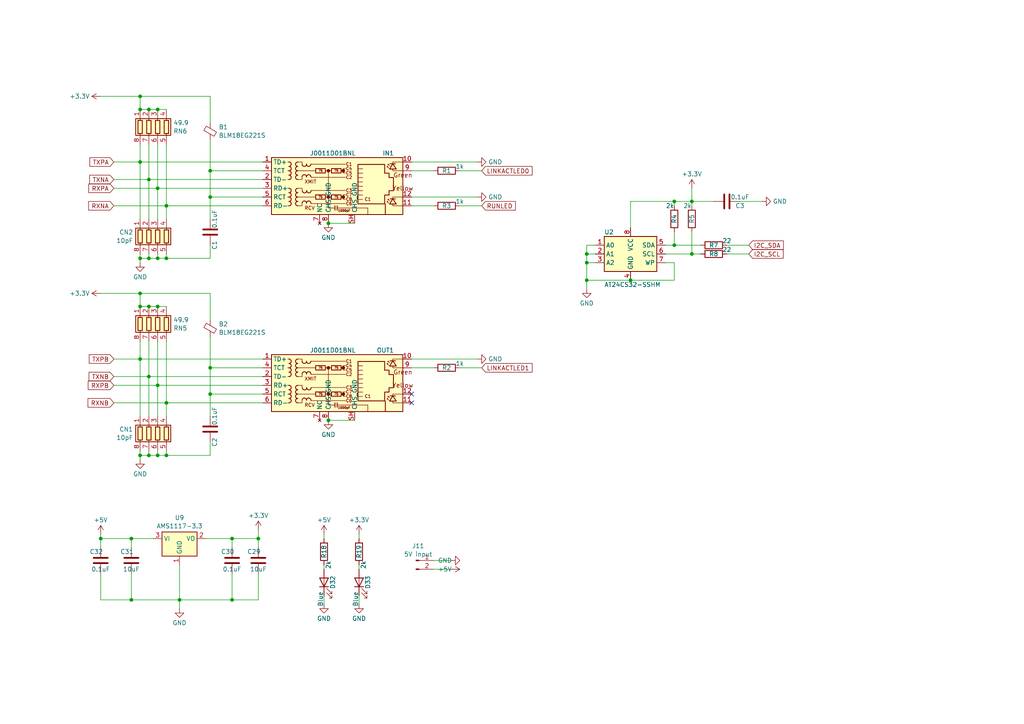
<source format=kicad_sch>
(kicad_sch
	(version 20231120)
	(generator "eeschema")
	(generator_version "8.0")
	(uuid "44502797-95d0-4488-8494-8214d539b93c")
	(paper "A4")
	(title_block
		(title "THCAD reader")
	)
	(lib_symbols
		(symbol "Connector:Conn_01x02_Pin"
			(pin_names
				(offset 1.016) hide)
			(exclude_from_sim no)
			(in_bom yes)
			(on_board yes)
			(property "Reference" "J"
				(at 0 2.54 0)
				(effects
					(font
						(size 1.27 1.27)
					)
				)
			)
			(property "Value" "Conn_01x02_Pin"
				(at 0 -5.08 0)
				(effects
					(font
						(size 1.27 1.27)
					)
				)
			)
			(property "Footprint" ""
				(at 0 0 0)
				(effects
					(font
						(size 1.27 1.27)
					)
					(hide yes)
				)
			)
			(property "Datasheet" "~"
				(at 0 0 0)
				(effects
					(font
						(size 1.27 1.27)
					)
					(hide yes)
				)
			)
			(property "Description" "Generic connector, single row, 01x02, script generated"
				(at 0 0 0)
				(effects
					(font
						(size 1.27 1.27)
					)
					(hide yes)
				)
			)
			(property "ki_locked" ""
				(at 0 0 0)
				(effects
					(font
						(size 1.27 1.27)
					)
				)
			)
			(property "ki_keywords" "connector"
				(at 0 0 0)
				(effects
					(font
						(size 1.27 1.27)
					)
					(hide yes)
				)
			)
			(property "ki_fp_filters" "Connector*:*_1x??_*"
				(at 0 0 0)
				(effects
					(font
						(size 1.27 1.27)
					)
					(hide yes)
				)
			)
			(symbol "Conn_01x02_Pin_1_1"
				(polyline
					(pts
						(xy 1.27 -2.54) (xy 0.8636 -2.54)
					)
					(stroke
						(width 0.1524)
						(type default)
					)
					(fill
						(type none)
					)
				)
				(polyline
					(pts
						(xy 1.27 0) (xy 0.8636 0)
					)
					(stroke
						(width 0.1524)
						(type default)
					)
					(fill
						(type none)
					)
				)
				(rectangle
					(start 0.8636 -2.413)
					(end 0 -2.667)
					(stroke
						(width 0.1524)
						(type default)
					)
					(fill
						(type outline)
					)
				)
				(rectangle
					(start 0.8636 0.127)
					(end 0 -0.127)
					(stroke
						(width 0.1524)
						(type default)
					)
					(fill
						(type outline)
					)
				)
				(pin passive line
					(at 5.08 0 180)
					(length 3.81)
					(name "Pin_1"
						(effects
							(font
								(size 1.27 1.27)
							)
						)
					)
					(number "1"
						(effects
							(font
								(size 1.27 1.27)
							)
						)
					)
				)
				(pin passive line
					(at 5.08 -2.54 180)
					(length 3.81)
					(name "Pin_2"
						(effects
							(font
								(size 1.27 1.27)
							)
						)
					)
					(number "2"
						(effects
							(font
								(size 1.27 1.27)
							)
						)
					)
				)
			)
		)
		(symbol "Device:C"
			(pin_numbers hide)
			(pin_names
				(offset 0.254)
			)
			(exclude_from_sim no)
			(in_bom yes)
			(on_board yes)
			(property "Reference" "C"
				(at 0.635 2.54 0)
				(effects
					(font
						(size 1.27 1.27)
					)
					(justify left)
				)
			)
			(property "Value" "C"
				(at 0.635 -2.54 0)
				(effects
					(font
						(size 1.27 1.27)
					)
					(justify left)
				)
			)
			(property "Footprint" ""
				(at 0.9652 -3.81 0)
				(effects
					(font
						(size 1.27 1.27)
					)
					(hide yes)
				)
			)
			(property "Datasheet" "~"
				(at 0 0 0)
				(effects
					(font
						(size 1.27 1.27)
					)
					(hide yes)
				)
			)
			(property "Description" "Unpolarized capacitor"
				(at 0 0 0)
				(effects
					(font
						(size 1.27 1.27)
					)
					(hide yes)
				)
			)
			(property "ki_keywords" "cap capacitor"
				(at 0 0 0)
				(effects
					(font
						(size 1.27 1.27)
					)
					(hide yes)
				)
			)
			(property "ki_fp_filters" "C_*"
				(at 0 0 0)
				(effects
					(font
						(size 1.27 1.27)
					)
					(hide yes)
				)
			)
			(symbol "C_0_1"
				(polyline
					(pts
						(xy -2.032 -0.762) (xy 2.032 -0.762)
					)
					(stroke
						(width 0.508)
						(type default)
					)
					(fill
						(type none)
					)
				)
				(polyline
					(pts
						(xy -2.032 0.762) (xy 2.032 0.762)
					)
					(stroke
						(width 0.508)
						(type default)
					)
					(fill
						(type none)
					)
				)
			)
			(symbol "C_1_1"
				(pin passive line
					(at 0 3.81 270)
					(length 2.794)
					(name "~"
						(effects
							(font
								(size 1.27 1.27)
							)
						)
					)
					(number "1"
						(effects
							(font
								(size 1.27 1.27)
							)
						)
					)
				)
				(pin passive line
					(at 0 -3.81 90)
					(length 2.794)
					(name "~"
						(effects
							(font
								(size 1.27 1.27)
							)
						)
					)
					(number "2"
						(effects
							(font
								(size 1.27 1.27)
							)
						)
					)
				)
			)
		)
		(symbol "Device:FerriteBead_Small"
			(pin_numbers hide)
			(pin_names
				(offset 0)
			)
			(exclude_from_sim no)
			(in_bom yes)
			(on_board yes)
			(property "Reference" "FB"
				(at 1.905 1.27 0)
				(effects
					(font
						(size 1.27 1.27)
					)
					(justify left)
				)
			)
			(property "Value" "FerriteBead_Small"
				(at 1.905 -1.27 0)
				(effects
					(font
						(size 1.27 1.27)
					)
					(justify left)
				)
			)
			(property "Footprint" ""
				(at -1.778 0 90)
				(effects
					(font
						(size 1.27 1.27)
					)
					(hide yes)
				)
			)
			(property "Datasheet" "~"
				(at 0 0 0)
				(effects
					(font
						(size 1.27 1.27)
					)
					(hide yes)
				)
			)
			(property "Description" "Ferrite bead, small symbol"
				(at 0 0 0)
				(effects
					(font
						(size 1.27 1.27)
					)
					(hide yes)
				)
			)
			(property "ki_keywords" "L ferrite bead inductor filter"
				(at 0 0 0)
				(effects
					(font
						(size 1.27 1.27)
					)
					(hide yes)
				)
			)
			(property "ki_fp_filters" "Inductor_* L_* *Ferrite*"
				(at 0 0 0)
				(effects
					(font
						(size 1.27 1.27)
					)
					(hide yes)
				)
			)
			(symbol "FerriteBead_Small_0_1"
				(polyline
					(pts
						(xy 0 -1.27) (xy 0 -0.7874)
					)
					(stroke
						(width 0)
						(type default)
					)
					(fill
						(type none)
					)
				)
				(polyline
					(pts
						(xy 0 0.889) (xy 0 1.2954)
					)
					(stroke
						(width 0)
						(type default)
					)
					(fill
						(type none)
					)
				)
				(polyline
					(pts
						(xy -1.8288 0.2794) (xy -1.1176 1.4986) (xy 1.8288 -0.2032) (xy 1.1176 -1.4224) (xy -1.8288 0.2794)
					)
					(stroke
						(width 0)
						(type default)
					)
					(fill
						(type none)
					)
				)
			)
			(symbol "FerriteBead_Small_1_1"
				(pin passive line
					(at 0 2.54 270)
					(length 1.27)
					(name "~"
						(effects
							(font
								(size 1.27 1.27)
							)
						)
					)
					(number "1"
						(effects
							(font
								(size 1.27 1.27)
							)
						)
					)
				)
				(pin passive line
					(at 0 -2.54 90)
					(length 1.27)
					(name "~"
						(effects
							(font
								(size 1.27 1.27)
							)
						)
					)
					(number "2"
						(effects
							(font
								(size 1.27 1.27)
							)
						)
					)
				)
			)
		)
		(symbol "Device:LED"
			(pin_numbers hide)
			(pin_names
				(offset 1.016) hide)
			(exclude_from_sim no)
			(in_bom yes)
			(on_board yes)
			(property "Reference" "D"
				(at 0 2.54 0)
				(effects
					(font
						(size 1.27 1.27)
					)
				)
			)
			(property "Value" "LED"
				(at 0 -2.54 0)
				(effects
					(font
						(size 1.27 1.27)
					)
				)
			)
			(property "Footprint" ""
				(at 0 0 0)
				(effects
					(font
						(size 1.27 1.27)
					)
					(hide yes)
				)
			)
			(property "Datasheet" "~"
				(at 0 0 0)
				(effects
					(font
						(size 1.27 1.27)
					)
					(hide yes)
				)
			)
			(property "Description" "Light emitting diode"
				(at 0 0 0)
				(effects
					(font
						(size 1.27 1.27)
					)
					(hide yes)
				)
			)
			(property "ki_keywords" "LED diode"
				(at 0 0 0)
				(effects
					(font
						(size 1.27 1.27)
					)
					(hide yes)
				)
			)
			(property "ki_fp_filters" "LED* LED_SMD:* LED_THT:*"
				(at 0 0 0)
				(effects
					(font
						(size 1.27 1.27)
					)
					(hide yes)
				)
			)
			(symbol "LED_0_1"
				(polyline
					(pts
						(xy -1.27 -1.27) (xy -1.27 1.27)
					)
					(stroke
						(width 0.254)
						(type default)
					)
					(fill
						(type none)
					)
				)
				(polyline
					(pts
						(xy -1.27 0) (xy 1.27 0)
					)
					(stroke
						(width 0)
						(type default)
					)
					(fill
						(type none)
					)
				)
				(polyline
					(pts
						(xy 1.27 -1.27) (xy 1.27 1.27) (xy -1.27 0) (xy 1.27 -1.27)
					)
					(stroke
						(width 0.254)
						(type default)
					)
					(fill
						(type none)
					)
				)
				(polyline
					(pts
						(xy -3.048 -0.762) (xy -4.572 -2.286) (xy -3.81 -2.286) (xy -4.572 -2.286) (xy -4.572 -1.524)
					)
					(stroke
						(width 0)
						(type default)
					)
					(fill
						(type none)
					)
				)
				(polyline
					(pts
						(xy -1.778 -0.762) (xy -3.302 -2.286) (xy -2.54 -2.286) (xy -3.302 -2.286) (xy -3.302 -1.524)
					)
					(stroke
						(width 0)
						(type default)
					)
					(fill
						(type none)
					)
				)
			)
			(symbol "LED_1_1"
				(pin passive line
					(at -3.81 0 0)
					(length 2.54)
					(name "K"
						(effects
							(font
								(size 1.27 1.27)
							)
						)
					)
					(number "1"
						(effects
							(font
								(size 1.27 1.27)
							)
						)
					)
				)
				(pin passive line
					(at 3.81 0 180)
					(length 2.54)
					(name "A"
						(effects
							(font
								(size 1.27 1.27)
							)
						)
					)
					(number "2"
						(effects
							(font
								(size 1.27 1.27)
							)
						)
					)
				)
			)
		)
		(symbol "Device:R"
			(pin_numbers hide)
			(pin_names
				(offset 0)
			)
			(exclude_from_sim no)
			(in_bom yes)
			(on_board yes)
			(property "Reference" "R"
				(at 2.032 0 90)
				(effects
					(font
						(size 1.27 1.27)
					)
				)
			)
			(property "Value" "R"
				(at 0 0 90)
				(effects
					(font
						(size 1.27 1.27)
					)
				)
			)
			(property "Footprint" ""
				(at -1.778 0 90)
				(effects
					(font
						(size 1.27 1.27)
					)
					(hide yes)
				)
			)
			(property "Datasheet" "~"
				(at 0 0 0)
				(effects
					(font
						(size 1.27 1.27)
					)
					(hide yes)
				)
			)
			(property "Description" "Resistor"
				(at 0 0 0)
				(effects
					(font
						(size 1.27 1.27)
					)
					(hide yes)
				)
			)
			(property "ki_keywords" "R res resistor"
				(at 0 0 0)
				(effects
					(font
						(size 1.27 1.27)
					)
					(hide yes)
				)
			)
			(property "ki_fp_filters" "R_*"
				(at 0 0 0)
				(effects
					(font
						(size 1.27 1.27)
					)
					(hide yes)
				)
			)
			(symbol "R_0_1"
				(rectangle
					(start -1.016 -2.54)
					(end 1.016 2.54)
					(stroke
						(width 0.254)
						(type default)
					)
					(fill
						(type none)
					)
				)
			)
			(symbol "R_1_1"
				(pin passive line
					(at 0 3.81 270)
					(length 1.27)
					(name "~"
						(effects
							(font
								(size 1.27 1.27)
							)
						)
					)
					(number "1"
						(effects
							(font
								(size 1.27 1.27)
							)
						)
					)
				)
				(pin passive line
					(at 0 -3.81 90)
					(length 1.27)
					(name "~"
						(effects
							(font
								(size 1.27 1.27)
							)
						)
					)
					(number "2"
						(effects
							(font
								(size 1.27 1.27)
							)
						)
					)
				)
			)
		)
		(symbol "Device:R_Pack04"
			(pin_names
				(offset 0) hide)
			(exclude_from_sim no)
			(in_bom yes)
			(on_board yes)
			(property "Reference" "RN"
				(at -7.62 0 90)
				(effects
					(font
						(size 1.27 1.27)
					)
				)
			)
			(property "Value" "R_Pack04"
				(at 5.08 0 90)
				(effects
					(font
						(size 1.27 1.27)
					)
				)
			)
			(property "Footprint" ""
				(at 6.985 0 90)
				(effects
					(font
						(size 1.27 1.27)
					)
					(hide yes)
				)
			)
			(property "Datasheet" "~"
				(at 0 0 0)
				(effects
					(font
						(size 1.27 1.27)
					)
					(hide yes)
				)
			)
			(property "Description" "4 resistor network, parallel topology"
				(at 0 0 0)
				(effects
					(font
						(size 1.27 1.27)
					)
					(hide yes)
				)
			)
			(property "ki_keywords" "R network parallel topology isolated"
				(at 0 0 0)
				(effects
					(font
						(size 1.27 1.27)
					)
					(hide yes)
				)
			)
			(property "ki_fp_filters" "DIP* SOIC* R*Array*Concave* R*Array*Convex* MSOP*"
				(at 0 0 0)
				(effects
					(font
						(size 1.27 1.27)
					)
					(hide yes)
				)
			)
			(symbol "R_Pack04_0_1"
				(rectangle
					(start -6.35 -2.413)
					(end 3.81 2.413)
					(stroke
						(width 0.254)
						(type default)
					)
					(fill
						(type background)
					)
				)
				(rectangle
					(start -5.715 1.905)
					(end -4.445 -1.905)
					(stroke
						(width 0.254)
						(type default)
					)
					(fill
						(type none)
					)
				)
				(rectangle
					(start -3.175 1.905)
					(end -1.905 -1.905)
					(stroke
						(width 0.254)
						(type default)
					)
					(fill
						(type none)
					)
				)
				(rectangle
					(start -0.635 1.905)
					(end 0.635 -1.905)
					(stroke
						(width 0.254)
						(type default)
					)
					(fill
						(type none)
					)
				)
				(polyline
					(pts
						(xy -5.08 -2.54) (xy -5.08 -1.905)
					)
					(stroke
						(width 0)
						(type default)
					)
					(fill
						(type none)
					)
				)
				(polyline
					(pts
						(xy -5.08 1.905) (xy -5.08 2.54)
					)
					(stroke
						(width 0)
						(type default)
					)
					(fill
						(type none)
					)
				)
				(polyline
					(pts
						(xy -2.54 -2.54) (xy -2.54 -1.905)
					)
					(stroke
						(width 0)
						(type default)
					)
					(fill
						(type none)
					)
				)
				(polyline
					(pts
						(xy -2.54 1.905) (xy -2.54 2.54)
					)
					(stroke
						(width 0)
						(type default)
					)
					(fill
						(type none)
					)
				)
				(polyline
					(pts
						(xy 0 -2.54) (xy 0 -1.905)
					)
					(stroke
						(width 0)
						(type default)
					)
					(fill
						(type none)
					)
				)
				(polyline
					(pts
						(xy 0 1.905) (xy 0 2.54)
					)
					(stroke
						(width 0)
						(type default)
					)
					(fill
						(type none)
					)
				)
				(polyline
					(pts
						(xy 2.54 -2.54) (xy 2.54 -1.905)
					)
					(stroke
						(width 0)
						(type default)
					)
					(fill
						(type none)
					)
				)
				(polyline
					(pts
						(xy 2.54 1.905) (xy 2.54 2.54)
					)
					(stroke
						(width 0)
						(type default)
					)
					(fill
						(type none)
					)
				)
				(rectangle
					(start 1.905 1.905)
					(end 3.175 -1.905)
					(stroke
						(width 0.254)
						(type default)
					)
					(fill
						(type none)
					)
				)
			)
			(symbol "R_Pack04_1_1"
				(pin passive line
					(at -5.08 -5.08 90)
					(length 2.54)
					(name "R1.1"
						(effects
							(font
								(size 1.27 1.27)
							)
						)
					)
					(number "1"
						(effects
							(font
								(size 1.27 1.27)
							)
						)
					)
				)
				(pin passive line
					(at -2.54 -5.08 90)
					(length 2.54)
					(name "R2.1"
						(effects
							(font
								(size 1.27 1.27)
							)
						)
					)
					(number "2"
						(effects
							(font
								(size 1.27 1.27)
							)
						)
					)
				)
				(pin passive line
					(at 0 -5.08 90)
					(length 2.54)
					(name "R3.1"
						(effects
							(font
								(size 1.27 1.27)
							)
						)
					)
					(number "3"
						(effects
							(font
								(size 1.27 1.27)
							)
						)
					)
				)
				(pin passive line
					(at 2.54 -5.08 90)
					(length 2.54)
					(name "R4.1"
						(effects
							(font
								(size 1.27 1.27)
							)
						)
					)
					(number "4"
						(effects
							(font
								(size 1.27 1.27)
							)
						)
					)
				)
				(pin passive line
					(at 2.54 5.08 270)
					(length 2.54)
					(name "R4.2"
						(effects
							(font
								(size 1.27 1.27)
							)
						)
					)
					(number "5"
						(effects
							(font
								(size 1.27 1.27)
							)
						)
					)
				)
				(pin passive line
					(at 0 5.08 270)
					(length 2.54)
					(name "R3.2"
						(effects
							(font
								(size 1.27 1.27)
							)
						)
					)
					(number "6"
						(effects
							(font
								(size 1.27 1.27)
							)
						)
					)
				)
				(pin passive line
					(at -2.54 5.08 270)
					(length 2.54)
					(name "R2.2"
						(effects
							(font
								(size 1.27 1.27)
							)
						)
					)
					(number "7"
						(effects
							(font
								(size 1.27 1.27)
							)
						)
					)
				)
				(pin passive line
					(at -5.08 5.08 270)
					(length 2.54)
					(name "R1.2"
						(effects
							(font
								(size 1.27 1.27)
							)
						)
					)
					(number "8"
						(effects
							(font
								(size 1.27 1.27)
							)
						)
					)
				)
			)
		)
		(symbol "HakansLibrary:J0011D01BNL"
			(exclude_from_sim no)
			(in_bom yes)
			(on_board yes)
			(property "Reference" "J"
				(at 17.78 10.16 0)
				(effects
					(font
						(size 1.27 1.27)
					)
					(justify right)
				)
			)
			(property "Value" "J0011D01BNL"
				(at 0 10.16 0)
				(effects
					(font
						(size 1.27 1.27)
					)
				)
			)
			(property "Footprint" ""
				(at 0 12.7 0)
				(effects
					(font
						(size 1.27 1.27)
					)
					(hide yes)
				)
			)
			(property "Datasheet" ""
				(at 0 16.51 0)
				(effects
					(font
						(size 1.27 1.27)
					)
					(justify top)
					(hide yes)
				)
			)
			(property "Description" "LAN Transformer Jack, RJ45, 10/100 BaseT"
				(at 0 0 0)
				(effects
					(font
						(size 1.27 1.27)
					)
					(hide yes)
				)
			)
			(property "ki_keywords" "lan jack socket transformer"
				(at 0 0 0)
				(effects
					(font
						(size 1.27 1.27)
					)
					(hide yes)
				)
			)
			(property "ki_fp_filters" "RJ45*Wuerth*7499010121A*"
				(at 0 0 0)
				(effects
					(font
						(size 1.27 1.27)
					)
					(hide yes)
				)
			)
			(symbol "J0011D01BNL_0_0"
				(circle
					(center -1.27 -2.54)
					(radius 0.0001)
					(stroke
						(width 0.508)
						(type default)
					)
					(fill
						(type none)
					)
				)
				(circle
					(center -1.27 5.08)
					(radius 0.0001)
					(stroke
						(width 0.508)
						(type default)
					)
					(fill
						(type none)
					)
				)
				(polyline
					(pts
						(xy -1.27 5.08) (xy -1.27 -5.715)
					)
					(stroke
						(width 0)
						(type default)
					)
					(fill
						(type none)
					)
				)
				(polyline
					(pts
						(xy 0.635 -5.08) (xy 0.635 -6.35)
					)
					(stroke
						(width 0.254)
						(type default)
					)
					(fill
						(type none)
					)
				)
				(polyline
					(pts
						(xy 1.27 -5.08) (xy 1.27 -6.35)
					)
					(stroke
						(width 0.254)
						(type default)
					)
					(fill
						(type none)
					)
				)
				(polyline
					(pts
						(xy 3.048 -2.54) (xy 2.54 -2.54)
					)
					(stroke
						(width 0)
						(type default)
					)
					(fill
						(type none)
					)
				)
				(polyline
					(pts
						(xy 3.048 5.08) (xy 2.54 5.08)
					)
					(stroke
						(width 0)
						(type default)
					)
					(fill
						(type none)
					)
				)
				(polyline
					(pts
						(xy 17.399 -3.175) (xy 17.399 -2.54) (xy 20.32 -2.54)
					)
					(stroke
						(width 0)
						(type default)
					)
					(fill
						(type none)
					)
				)
				(polyline
					(pts
						(xy 17.399 6.985) (xy 17.399 7.62) (xy 20.32 7.62)
					)
					(stroke
						(width 0)
						(type default)
					)
					(fill
						(type none)
					)
				)
				(polyline
					(pts
						(xy 20.32 -5.08) (xy 17.399 -5.08) (xy 17.399 -4.572)
					)
					(stroke
						(width 0)
						(type default)
					)
					(fill
						(type none)
					)
				)
				(polyline
					(pts
						(xy 20.32 5.08) (xy 17.399 5.08) (xy 17.399 5.588)
					)
					(stroke
						(width 0)
						(type default)
					)
					(fill
						(type none)
					)
				)
				(polyline
					(pts
						(xy 3.683 -1.905) (xy 3.048 -1.905) (xy 3.048 -3.175) (xy 3.683 -3.175)
					)
					(stroke
						(width 0)
						(type default)
					)
					(fill
						(type none)
					)
				)
				(polyline
					(pts
						(xy 3.683 5.715) (xy 3.048 5.715) (xy 3.048 4.445) (xy 3.683 4.445)
					)
					(stroke
						(width 0)
						(type default)
					)
					(fill
						(type none)
					)
				)
				(circle
					(center 3.048 -2.54)
					(radius 0.0001)
					(stroke
						(width 0.508)
						(type default)
					)
					(fill
						(type none)
					)
				)
				(circle
					(center 3.048 5.08)
					(radius 0.0001)
					(stroke
						(width 0.508)
						(type default)
					)
					(fill
						(type none)
					)
				)
				(text "C1"
					(at 4.699 6.985 0)
					(effects
						(font
							(size 0.889 0.889)
						)
					)
				)
				(text "C1"
					(at 10.16 -3.175 0)
					(effects
						(font
							(size 0.889 0.889)
						)
					)
				)
				(text "C2"
					(at 4.699 3.175 0)
					(effects
						(font
							(size 0.889 0.889)
						)
					)
				)
				(text "C3"
					(at 4.699 -0.635 0)
					(effects
						(font
							(size 0.889 0.889)
						)
					)
				)
				(text "C4"
					(at 4.699 5.715 0)
					(effects
						(font
							(size 0.889 0.889)
						)
					)
				)
				(text "C5"
					(at 4.699 4.445 0)
					(effects
						(font
							(size 0.889 0.889)
						)
					)
				)
				(text "C6"
					(at 4.699 -4.445 0)
					(effects
						(font
							(size 0.889 0.889)
						)
					)
				)
				(text "C7"
					(at 4.699 -1.905 0)
					(effects
						(font
							(size 0.889 0.889)
						)
					)
				)
				(text "C8"
					(at 4.699 -3.175 0)
					(effects
						(font
							(size 0.889 0.889)
						)
					)
				)
				(text "RCV"
					(at -8.255 -5.715 0)
					(effects
						(font
							(size 1.016 1.016)
						)
						(justify left)
					)
				)
				(text "XMIT"
					(at -8.255 1.905 0)
					(effects
						(font
							(size 1.016 1.016)
						)
						(justify left)
					)
				)
			)
			(symbol "J0011D01BNL_0_1"
				(rectangle
					(start -17.78 8.89)
					(end 20.32 -7.62)
					(stroke
						(width 0.254)
						(type default)
					)
					(fill
						(type background)
					)
				)
				(polyline
					(pts
						(xy -12.7 -5.08) (xy -13.081 -5.08)
					)
					(stroke
						(width 0)
						(type default)
					)
					(fill
						(type none)
					)
				)
				(polyline
					(pts
						(xy -12.7 -2.54) (xy -13.081 -2.54)
					)
					(stroke
						(width 0)
						(type default)
					)
					(fill
						(type none)
					)
				)
				(polyline
					(pts
						(xy -12.7 0) (xy -13.081 0)
					)
					(stroke
						(width 0)
						(type default)
					)
					(fill
						(type none)
					)
				)
				(polyline
					(pts
						(xy -12.7 2.54) (xy -13.081 2.54)
					)
					(stroke
						(width 0)
						(type default)
					)
					(fill
						(type none)
					)
				)
				(polyline
					(pts
						(xy -12.7 5.08) (xy -13.081 5.08)
					)
					(stroke
						(width 0)
						(type default)
					)
					(fill
						(type none)
					)
				)
				(polyline
					(pts
						(xy -12.7 7.62) (xy -13.081 7.62)
					)
					(stroke
						(width 0)
						(type default)
					)
					(fill
						(type none)
					)
				)
				(polyline
					(pts
						(xy -6.35 -4.445) (xy 3.683 -4.445)
					)
					(stroke
						(width 0)
						(type default)
					)
					(fill
						(type none)
					)
				)
				(polyline
					(pts
						(xy -6.35 3.175) (xy 3.683 3.175)
					)
					(stroke
						(width 0)
						(type default)
					)
					(fill
						(type none)
					)
				)
				(polyline
					(pts
						(xy -6.35 6.985) (xy 3.683 6.985)
					)
					(stroke
						(width 0)
						(type default)
					)
					(fill
						(type none)
					)
				)
				(polyline
					(pts
						(xy -6.223 -0.635) (xy 3.683 -0.635)
					)
					(stroke
						(width 0)
						(type default)
					)
					(fill
						(type none)
					)
				)
				(polyline
					(pts
						(xy -5.08 -2.54) (xy -10.16 -2.54)
					)
					(stroke
						(width 0)
						(type default)
					)
					(fill
						(type none)
					)
				)
				(polyline
					(pts
						(xy -4.953 5.08) (xy -10.16 5.08)
					)
					(stroke
						(width 0)
						(type default)
					)
					(fill
						(type none)
					)
				)
				(polyline
					(pts
						(xy -2.159 -2.54) (xy -0.381 -2.54)
					)
					(stroke
						(width 0)
						(type default)
					)
					(fill
						(type none)
					)
				)
				(polyline
					(pts
						(xy -2.159 5.08) (xy -0.381 5.08)
					)
					(stroke
						(width 0)
						(type default)
					)
					(fill
						(type none)
					)
				)
				(polyline
					(pts
						(xy 0.635 -5.715) (xy -1.27 -5.715)
					)
					(stroke
						(width 0)
						(type default)
					)
					(fill
						(type none)
					)
				)
				(polyline
					(pts
						(xy 7.4295 -1.9685) (xy 8.6995 -1.9685)
					)
					(stroke
						(width 0)
						(type default)
					)
					(fill
						(type none)
					)
				)
				(polyline
					(pts
						(xy 7.4295 -0.6985) (xy 8.6995 -0.6985)
					)
					(stroke
						(width 0)
						(type default)
					)
					(fill
						(type none)
					)
				)
				(polyline
					(pts
						(xy 7.4295 0.5715) (xy 8.6995 0.5715)
					)
					(stroke
						(width 0)
						(type default)
					)
					(fill
						(type none)
					)
				)
				(polyline
					(pts
						(xy 7.4295 1.8415) (xy 8.6995 1.8415)
					)
					(stroke
						(width 0)
						(type default)
					)
					(fill
						(type none)
					)
				)
				(polyline
					(pts
						(xy 7.4295 3.1115) (xy 8.6995 3.1115)
					)
					(stroke
						(width 0)
						(type default)
					)
					(fill
						(type none)
					)
				)
				(polyline
					(pts
						(xy 8.6995 -3.2385) (xy 7.4295 -3.2385)
					)
					(stroke
						(width 0)
						(type default)
					)
					(fill
						(type none)
					)
				)
				(polyline
					(pts
						(xy 8.6995 4.3815) (xy 7.4295 4.3815)
					)
					(stroke
						(width 0)
						(type default)
					)
					(fill
						(type none)
					)
				)
				(polyline
					(pts
						(xy 8.6995 5.6515) (xy 7.4295 5.6515)
					)
					(stroke
						(width 0)
						(type default)
					)
					(fill
						(type none)
					)
				)
				(polyline
					(pts
						(xy 10.16 -5.715) (xy 1.27 -5.715)
					)
					(stroke
						(width 0)
						(type default)
					)
					(fill
						(type none)
					)
				)
				(polyline
					(pts
						(xy 10.16 -5.715) (xy 10.16 -7.62)
					)
					(stroke
						(width 0)
						(type default)
					)
					(fill
						(type none)
					)
				)
				(polyline
					(pts
						(xy -10.16 0) (xy -8.89 0) (xy -8.89 -0.635)
					)
					(stroke
						(width 0)
						(type default)
					)
					(fill
						(type none)
					)
				)
				(polyline
					(pts
						(xy -10.16 7.62) (xy -8.89 7.62) (xy -8.89 6.985)
					)
					(stroke
						(width 0)
						(type default)
					)
					(fill
						(type none)
					)
				)
				(polyline
					(pts
						(xy -8.89 -4.445) (xy -8.89 -5.08) (xy -10.16 -5.08)
					)
					(stroke
						(width 0)
						(type default)
					)
					(fill
						(type none)
					)
				)
				(polyline
					(pts
						(xy -8.89 3.175) (xy -8.89 2.54) (xy -10.16 2.54)
					)
					(stroke
						(width 0)
						(type default)
					)
					(fill
						(type none)
					)
				)
			)
			(symbol "J0011D01BNL_1_0"
				(text "1000pF"
					(at 3.302 -6.477 0)
					(effects
						(font
							(size 0.635 0.635)
						)
					)
				)
			)
			(symbol "J0011D01BNL_1_1"
				(arc
					(start -12.7 -1.27)
					(mid -12.0677 -0.635)
					(end -12.7 0)
					(stroke
						(width 0.254)
						(type default)
					)
					(fill
						(type none)
					)
				)
				(arc
					(start -12.6973 -5.08)
					(mid -12.065 -4.445)
					(end -12.6973 -3.81)
					(stroke
						(width 0.254)
						(type default)
					)
					(fill
						(type none)
					)
				)
				(arc
					(start -12.6973 -3.81)
					(mid -12.065 -3.175)
					(end -12.6973 -2.54)
					(stroke
						(width 0.254)
						(type default)
					)
					(fill
						(type none)
					)
				)
				(arc
					(start -12.6973 -2.54)
					(mid -12.065 -1.905)
					(end -12.6973 -1.27)
					(stroke
						(width 0.254)
						(type default)
					)
					(fill
						(type none)
					)
				)
				(arc
					(start -12.6973 6.35)
					(mid -12.065 6.985)
					(end -12.6973 7.62)
					(stroke
						(width 0.254)
						(type default)
					)
					(fill
						(type none)
					)
				)
				(arc
					(start -12.6946 2.54)
					(mid -12.0623 3.175)
					(end -12.6946 3.81)
					(stroke
						(width 0.254)
						(type default)
					)
					(fill
						(type none)
					)
				)
				(arc
					(start -12.6946 3.81)
					(mid -12.0623 4.445)
					(end -12.6946 5.08)
					(stroke
						(width 0.254)
						(type default)
					)
					(fill
						(type none)
					)
				)
				(arc
					(start -12.6946 5.08)
					(mid -12.0623 5.715)
					(end -12.6946 6.35)
					(stroke
						(width 0.254)
						(type default)
					)
					(fill
						(type none)
					)
				)
				(arc
					(start -10.1654 -2.54)
					(mid -10.7977 -3.175)
					(end -10.1654 -3.81)
					(stroke
						(width 0.254)
						(type default)
					)
					(fill
						(type none)
					)
				)
				(arc
					(start -10.1654 -1.27)
					(mid -10.7977 -1.905)
					(end -10.1654 -2.54)
					(stroke
						(width 0.254)
						(type default)
					)
					(fill
						(type none)
					)
				)
				(arc
					(start -10.1654 0)
					(mid -10.7977 -0.635)
					(end -10.1654 -1.27)
					(stroke
						(width 0.254)
						(type default)
					)
					(fill
						(type none)
					)
				)
				(arc
					(start -10.1654 5.08)
					(mid -10.7977 4.445)
					(end -10.1654 3.81)
					(stroke
						(width 0.254)
						(type default)
					)
					(fill
						(type none)
					)
				)
				(arc
					(start -10.1654 6.35)
					(mid -10.7977 5.715)
					(end -10.1654 5.08)
					(stroke
						(width 0.254)
						(type default)
					)
					(fill
						(type none)
					)
				)
				(arc
					(start -10.1654 7.62)
					(mid -10.7977 6.985)
					(end -10.1654 6.35)
					(stroke
						(width 0.254)
						(type default)
					)
					(fill
						(type none)
					)
				)
				(arc
					(start -10.1627 -3.81)
					(mid -10.795 -4.445)
					(end -10.1627 -5.08)
					(stroke
						(width 0.254)
						(type default)
					)
					(fill
						(type none)
					)
				)
				(arc
					(start -10.1627 3.81)
					(mid -10.795 3.175)
					(end -10.1627 2.54)
					(stroke
						(width 0.254)
						(type default)
					)
					(fill
						(type none)
					)
				)
				(arc
					(start -8.89 6.9823)
					(mid -8.255 6.35)
					(end -7.62 6.9823)
					(stroke
						(width 0.254)
						(type default)
					)
					(fill
						(type none)
					)
				)
				(arc
					(start -8.8265 -0.7012)
					(mid -8.1915 -1.3335)
					(end -7.5565 -0.7012)
					(stroke
						(width 0.254)
						(type default)
					)
					(fill
						(type none)
					)
				)
				(arc
					(start -7.62 -4.3153)
					(mid -8.255 -3.683)
					(end -8.89 -4.3153)
					(stroke
						(width 0.254)
						(type default)
					)
					(fill
						(type none)
					)
				)
				(arc
					(start -7.62 3.3047)
					(mid -8.255 3.937)
					(end -8.89 3.3047)
					(stroke
						(width 0.254)
						(type default)
					)
					(fill
						(type none)
					)
				)
				(arc
					(start -7.62 6.985)
					(mid -6.985 6.3527)
					(end -6.35 6.985)
					(stroke
						(width 0.254)
						(type default)
					)
					(fill
						(type none)
					)
				)
				(arc
					(start -7.5565 -0.6985)
					(mid -6.9215 -1.3308)
					(end -6.2865 -0.6985)
					(stroke
						(width 0.254)
						(type default)
					)
					(fill
						(type none)
					)
				)
				(arc
					(start -6.35 -4.3126)
					(mid -6.985 -3.6803)
					(end -7.62 -4.3126)
					(stroke
						(width 0.254)
						(type default)
					)
					(fill
						(type none)
					)
				)
				(arc
					(start -6.35 3.3074)
					(mid -6.985 3.9397)
					(end -7.62 3.3074)
					(stroke
						(width 0.254)
						(type default)
					)
					(fill
						(type none)
					)
				)
				(rectangle
					(start -4.953 -1.905)
					(end -2.159 -3.175)
					(stroke
						(width 0.254)
						(type default)
					)
					(fill
						(type none)
					)
				)
				(rectangle
					(start -4.953 5.715)
					(end -2.159 4.445)
					(stroke
						(width 0.254)
						(type default)
					)
					(fill
						(type none)
					)
				)
				(rectangle
					(start -0.381 -1.905)
					(end 2.413 -3.175)
					(stroke
						(width 0.254)
						(type default)
					)
					(fill
						(type none)
					)
				)
				(rectangle
					(start -0.381 5.715)
					(end 2.413 4.445)
					(stroke
						(width 0.254)
						(type default)
					)
					(fill
						(type none)
					)
				)
				(polyline
					(pts
						(xy 15.24 -7.62) (xy 15.24 -4.572)
					)
					(stroke
						(width 0.254)
						(type default)
					)
					(fill
						(type none)
					)
				)
				(polyline
					(pts
						(xy 15.748 -3.81) (xy 15.748 -4.064)
					)
					(stroke
						(width 0)
						(type default)
					)
					(fill
						(type none)
					)
				)
				(polyline
					(pts
						(xy 15.748 6.35) (xy 15.748 6.096)
					)
					(stroke
						(width 0)
						(type default)
					)
					(fill
						(type none)
					)
				)
				(polyline
					(pts
						(xy 16.002 -3.175) (xy 16.002 -3.429)
					)
					(stroke
						(width 0)
						(type default)
					)
					(fill
						(type none)
					)
				)
				(polyline
					(pts
						(xy 16.002 6.985) (xy 16.002 6.731)
					)
					(stroke
						(width 0)
						(type default)
					)
					(fill
						(type none)
					)
				)
				(polyline
					(pts
						(xy 16.637 -3.048) (xy 18.161 -3.048)
					)
					(stroke
						(width 0.254)
						(type default)
					)
					(fill
						(type none)
					)
				)
				(polyline
					(pts
						(xy 16.637 7.112) (xy 18.161 7.112)
					)
					(stroke
						(width 0.254)
						(type default)
					)
					(fill
						(type none)
					)
				)
				(polyline
					(pts
						(xy 16.256 -4.318) (xy 15.748 -3.81) (xy 16.002 -3.81)
					)
					(stroke
						(width 0)
						(type default)
					)
					(fill
						(type none)
					)
				)
				(polyline
					(pts
						(xy 16.256 5.842) (xy 15.748 6.35) (xy 16.002 6.35)
					)
					(stroke
						(width 0)
						(type default)
					)
					(fill
						(type none)
					)
				)
				(polyline
					(pts
						(xy 16.51 -3.683) (xy 16.002 -3.175) (xy 16.256 -3.175)
					)
					(stroke
						(width 0)
						(type default)
					)
					(fill
						(type none)
					)
				)
				(polyline
					(pts
						(xy 16.51 6.477) (xy 16.002 6.985) (xy 16.256 6.985)
					)
					(stroke
						(width 0)
						(type default)
					)
					(fill
						(type none)
					)
				)
				(polyline
					(pts
						(xy 16.51 -4.572) (xy 18.415 -4.572) (xy 17.399 -3.048) (xy 16.51 -4.572)
					)
					(stroke
						(width 0.254)
						(type default)
					)
					(fill
						(type none)
					)
				)
				(polyline
					(pts
						(xy 16.51 5.588) (xy 18.415 5.588) (xy 17.399 7.112) (xy 16.51 5.588)
					)
					(stroke
						(width 0.254)
						(type default)
					)
					(fill
						(type none)
					)
				)
				(polyline
					(pts
						(xy 7.3025 -4.5085) (xy 7.3025 6.9215) (xy 15.0495 6.9215) (xy 15.0495 4.3815) (xy 16.3195 4.3815)
						(xy 16.3195 3.1115) (xy 17.5895 3.1115) (xy 17.5895 -0.6985) (xy 16.3195 -0.6985) (xy 16.3195 -1.9685)
						(xy 15.0495 -1.9685) (xy 15.0495 -4.5085) (xy 7.3025 -4.5085)
					)
					(stroke
						(width 0.254)
						(type default)
					)
					(fill
						(type none)
					)
				)
				(text "75"
					(at -3.556 -2.54 0)
					(effects
						(font
							(size 0.635 0.635)
						)
					)
				)
				(text "75"
					(at -3.556 5.08 0)
					(effects
						(font
							(size 0.635 0.635)
						)
					)
				)
				(text "75"
					(at 1.016 -2.54 0)
					(effects
						(font
							(size 0.635 0.635)
						)
					)
				)
				(text "75"
					(at 1.016 5.08 0)
					(effects
						(font
							(size 0.635 0.635)
						)
					)
				)
				(text "Green"
					(at 20.32 3.81 0)
					(effects
						(font
							(size 1.27 1.27)
						)
					)
				)
				(text "Yellow"
					(at 20.32 0 0)
					(effects
						(font
							(size 1.27 1.27)
						)
					)
				)
				(pin passive line
					(at -20.32 7.62 0)
					(length 2.54)
					(name "TD+"
						(effects
							(font
								(size 1.27 1.27)
							)
						)
					)
					(number "1"
						(effects
							(font
								(size 1.27 1.27)
							)
						)
					)
				)
				(pin passive line
					(at 22.86 7.62 180)
					(length 2.54)
					(name ""
						(effects
							(font
								(size 1.27 1.27)
							)
						)
					)
					(number "10"
						(effects
							(font
								(size 1.27 1.27)
							)
						)
					)
				)
				(pin passive line
					(at 22.86 -5.08 180)
					(length 2.54)
					(name ""
						(effects
							(font
								(size 1.27 1.27)
							)
						)
					)
					(number "11"
						(effects
							(font
								(size 1.27 1.27)
							)
						)
					)
				)
				(pin passive line
					(at 22.86 -2.54 180)
					(length 2.54)
					(name ""
						(effects
							(font
								(size 1.27 1.27)
							)
						)
					)
					(number "12"
						(effects
							(font
								(size 1.27 1.27)
							)
						)
					)
				)
				(pin passive line
					(at -20.32 2.54 0)
					(length 2.54)
					(name "TD-"
						(effects
							(font
								(size 1.27 1.27)
							)
						)
					)
					(number "2"
						(effects
							(font
								(size 1.27 1.27)
							)
						)
					)
				)
				(pin passive line
					(at -20.32 0 0)
					(length 2.54)
					(name "RD+"
						(effects
							(font
								(size 1.27 1.27)
							)
						)
					)
					(number "3"
						(effects
							(font
								(size 1.27 1.27)
							)
						)
					)
				)
				(pin passive line
					(at -20.32 5.08 0)
					(length 2.54)
					(name "TCT"
						(effects
							(font
								(size 1.27 1.27)
							)
						)
					)
					(number "4"
						(effects
							(font
								(size 1.27 1.27)
							)
						)
					)
				)
				(pin passive line
					(at -20.32 -2.54 0)
					(length 2.54)
					(name "RCT"
						(effects
							(font
								(size 1.27 1.27)
							)
						)
					)
					(number "5"
						(effects
							(font
								(size 1.27 1.27)
							)
						)
					)
				)
				(pin passive line
					(at -20.32 -5.08 0)
					(length 2.54)
					(name "RD-"
						(effects
							(font
								(size 1.27 1.27)
							)
						)
					)
					(number "6"
						(effects
							(font
								(size 1.27 1.27)
							)
						)
					)
				)
				(pin no_connect line
					(at -3.81 -10.16 90)
					(length 2.54)
					(name "NC"
						(effects
							(font
								(size 1.27 1.27)
							)
						)
					)
					(number "7"
						(effects
							(font
								(size 1.27 1.27)
							)
						)
					)
				)
				(pin no_connect line
					(at 20.32 0 0)
					(length 0) hide
					(name "NC"
						(effects
							(font
								(size 1.27 1.27)
							)
						)
					)
					(number "7"
						(effects
							(font
								(size 1.27 1.27)
							)
						)
					)
				)
				(pin power_in line
					(at -1.27 -10.16 90)
					(length 2.54)
					(name "CHS_GND"
						(effects
							(font
								(size 1.27 1.27)
							)
						)
					)
					(number "8"
						(effects
							(font
								(size 1.27 1.27)
							)
						)
					)
				)
				(pin passive line
					(at 22.86 5.08 180)
					(length 2.54)
					(name ""
						(effects
							(font
								(size 1.27 1.27)
							)
						)
					)
					(number "9"
						(effects
							(font
								(size 1.27 1.27)
							)
						)
					)
				)
				(pin power_in line
					(at 6.35 -10.16 90)
					(length 2.54)
					(name "CHS_GND"
						(effects
							(font
								(size 1.27 1.27)
							)
						)
					)
					(number "SH"
						(effects
							(font
								(size 1.27 1.27)
							)
						)
					)
				)
			)
		)
		(symbol "Memory_EEPROM:AT24CS32-SSHM"
			(exclude_from_sim no)
			(in_bom yes)
			(on_board yes)
			(property "Reference" "U"
				(at -7.62 6.35 0)
				(effects
					(font
						(size 1.27 1.27)
					)
				)
			)
			(property "Value" "AT24CS32-SSHM"
				(at 2.54 -6.35 0)
				(effects
					(font
						(size 1.27 1.27)
					)
					(justify left)
				)
			)
			(property "Footprint" "Package_SO:SOIC-8_3.9x4.9mm_P1.27mm"
				(at 0 0 0)
				(effects
					(font
						(size 1.27 1.27)
					)
					(hide yes)
				)
			)
			(property "Datasheet" "http://ww1.microchip.com/downloads/en/DeviceDoc/Atmel-8869-SEEPROM-AT24CS32-Datasheet.pdf"
				(at 0 0 0)
				(effects
					(font
						(size 1.27 1.27)
					)
					(hide yes)
				)
			)
			(property "Description" "I2C Serial EEPROM, 32Kb (4096x8) with Unique Serial Number, SO8"
				(at 0 0 0)
				(effects
					(font
						(size 1.27 1.27)
					)
					(hide yes)
				)
			)
			(property "ki_keywords" "I2C Serial EEPROM Nonvolatile Memory"
				(at 0 0 0)
				(effects
					(font
						(size 1.27 1.27)
					)
					(hide yes)
				)
			)
			(property "ki_fp_filters" "SOIC*3.9x4.9mm*P1.27mm*"
				(at 0 0 0)
				(effects
					(font
						(size 1.27 1.27)
					)
					(hide yes)
				)
			)
			(symbol "AT24CS32-SSHM_1_1"
				(rectangle
					(start -7.62 5.08)
					(end 7.62 -5.08)
					(stroke
						(width 0.254)
						(type default)
					)
					(fill
						(type background)
					)
				)
				(pin input line
					(at -10.16 2.54 0)
					(length 2.54)
					(name "A0"
						(effects
							(font
								(size 1.27 1.27)
							)
						)
					)
					(number "1"
						(effects
							(font
								(size 1.27 1.27)
							)
						)
					)
				)
				(pin input line
					(at -10.16 0 0)
					(length 2.54)
					(name "A1"
						(effects
							(font
								(size 1.27 1.27)
							)
						)
					)
					(number "2"
						(effects
							(font
								(size 1.27 1.27)
							)
						)
					)
				)
				(pin input line
					(at -10.16 -2.54 0)
					(length 2.54)
					(name "A2"
						(effects
							(font
								(size 1.27 1.27)
							)
						)
					)
					(number "3"
						(effects
							(font
								(size 1.27 1.27)
							)
						)
					)
				)
				(pin power_in line
					(at 0 -7.62 90)
					(length 2.54)
					(name "GND"
						(effects
							(font
								(size 1.27 1.27)
							)
						)
					)
					(number "4"
						(effects
							(font
								(size 1.27 1.27)
							)
						)
					)
				)
				(pin bidirectional line
					(at 10.16 2.54 180)
					(length 2.54)
					(name "SDA"
						(effects
							(font
								(size 1.27 1.27)
							)
						)
					)
					(number "5"
						(effects
							(font
								(size 1.27 1.27)
							)
						)
					)
				)
				(pin input line
					(at 10.16 0 180)
					(length 2.54)
					(name "SCL"
						(effects
							(font
								(size 1.27 1.27)
							)
						)
					)
					(number "6"
						(effects
							(font
								(size 1.27 1.27)
							)
						)
					)
				)
				(pin input line
					(at 10.16 -2.54 180)
					(length 2.54)
					(name "WP"
						(effects
							(font
								(size 1.27 1.27)
							)
						)
					)
					(number "7"
						(effects
							(font
								(size 1.27 1.27)
							)
						)
					)
				)
				(pin power_in line
					(at 0 7.62 270)
					(length 2.54)
					(name "VCC"
						(effects
							(font
								(size 1.27 1.27)
							)
						)
					)
					(number "8"
						(effects
							(font
								(size 1.27 1.27)
							)
						)
					)
				)
			)
		)
		(symbol "Regulator_Linear:AMS1117-3.3"
			(exclude_from_sim no)
			(in_bom yes)
			(on_board yes)
			(property "Reference" "U"
				(at -3.81 3.175 0)
				(effects
					(font
						(size 1.27 1.27)
					)
				)
			)
			(property "Value" "AMS1117-3.3"
				(at 0 3.175 0)
				(effects
					(font
						(size 1.27 1.27)
					)
					(justify left)
				)
			)
			(property "Footprint" "Package_TO_SOT_SMD:SOT-223-3_TabPin2"
				(at 0 5.08 0)
				(effects
					(font
						(size 1.27 1.27)
					)
					(hide yes)
				)
			)
			(property "Datasheet" "http://www.advanced-monolithic.com/pdf/ds1117.pdf"
				(at 2.54 -6.35 0)
				(effects
					(font
						(size 1.27 1.27)
					)
					(hide yes)
				)
			)
			(property "Description" "1A Low Dropout regulator, positive, 3.3V fixed output, SOT-223"
				(at 0 0 0)
				(effects
					(font
						(size 1.27 1.27)
					)
					(hide yes)
				)
			)
			(property "ki_keywords" "linear regulator ldo fixed positive"
				(at 0 0 0)
				(effects
					(font
						(size 1.27 1.27)
					)
					(hide yes)
				)
			)
			(property "ki_fp_filters" "SOT?223*TabPin2*"
				(at 0 0 0)
				(effects
					(font
						(size 1.27 1.27)
					)
					(hide yes)
				)
			)
			(symbol "AMS1117-3.3_0_1"
				(rectangle
					(start -5.08 -5.08)
					(end 5.08 1.905)
					(stroke
						(width 0.254)
						(type default)
					)
					(fill
						(type background)
					)
				)
			)
			(symbol "AMS1117-3.3_1_1"
				(pin power_in line
					(at 0 -7.62 90)
					(length 2.54)
					(name "GND"
						(effects
							(font
								(size 1.27 1.27)
							)
						)
					)
					(number "1"
						(effects
							(font
								(size 1.27 1.27)
							)
						)
					)
				)
				(pin power_out line
					(at 7.62 0 180)
					(length 2.54)
					(name "VO"
						(effects
							(font
								(size 1.27 1.27)
							)
						)
					)
					(number "2"
						(effects
							(font
								(size 1.27 1.27)
							)
						)
					)
				)
				(pin power_in line
					(at -7.62 0 0)
					(length 2.54)
					(name "VI"
						(effects
							(font
								(size 1.27 1.27)
							)
						)
					)
					(number "3"
						(effects
							(font
								(size 1.27 1.27)
							)
						)
					)
				)
			)
		)
		(symbol "power:+3.3V"
			(power)
			(pin_names
				(offset 0)
			)
			(exclude_from_sim no)
			(in_bom yes)
			(on_board yes)
			(property "Reference" "#PWR"
				(at 0 -3.81 0)
				(effects
					(font
						(size 1.27 1.27)
					)
					(hide yes)
				)
			)
			(property "Value" "+3.3V"
				(at 0 3.556 0)
				(effects
					(font
						(size 1.27 1.27)
					)
				)
			)
			(property "Footprint" ""
				(at 0 0 0)
				(effects
					(font
						(size 1.27 1.27)
					)
					(hide yes)
				)
			)
			(property "Datasheet" ""
				(at 0 0 0)
				(effects
					(font
						(size 1.27 1.27)
					)
					(hide yes)
				)
			)
			(property "Description" "Power symbol creates a global label with name \"+3.3V\""
				(at 0 0 0)
				(effects
					(font
						(size 1.27 1.27)
					)
					(hide yes)
				)
			)
			(property "ki_keywords" "global power"
				(at 0 0 0)
				(effects
					(font
						(size 1.27 1.27)
					)
					(hide yes)
				)
			)
			(symbol "+3.3V_0_1"
				(polyline
					(pts
						(xy -0.762 1.27) (xy 0 2.54)
					)
					(stroke
						(width 0)
						(type default)
					)
					(fill
						(type none)
					)
				)
				(polyline
					(pts
						(xy 0 0) (xy 0 2.54)
					)
					(stroke
						(width 0)
						(type default)
					)
					(fill
						(type none)
					)
				)
				(polyline
					(pts
						(xy 0 2.54) (xy 0.762 1.27)
					)
					(stroke
						(width 0)
						(type default)
					)
					(fill
						(type none)
					)
				)
			)
			(symbol "+3.3V_1_1"
				(pin power_in line
					(at 0 0 90)
					(length 0) hide
					(name "+3.3V"
						(effects
							(font
								(size 1.27 1.27)
							)
						)
					)
					(number "1"
						(effects
							(font
								(size 1.27 1.27)
							)
						)
					)
				)
			)
		)
		(symbol "power:+5V"
			(power)
			(pin_names
				(offset 0)
			)
			(exclude_from_sim no)
			(in_bom yes)
			(on_board yes)
			(property "Reference" "#PWR"
				(at 0 -3.81 0)
				(effects
					(font
						(size 1.27 1.27)
					)
					(hide yes)
				)
			)
			(property "Value" "+5V"
				(at 0 3.556 0)
				(effects
					(font
						(size 1.27 1.27)
					)
				)
			)
			(property "Footprint" ""
				(at 0 0 0)
				(effects
					(font
						(size 1.27 1.27)
					)
					(hide yes)
				)
			)
			(property "Datasheet" ""
				(at 0 0 0)
				(effects
					(font
						(size 1.27 1.27)
					)
					(hide yes)
				)
			)
			(property "Description" "Power symbol creates a global label with name \"+5V\""
				(at 0 0 0)
				(effects
					(font
						(size 1.27 1.27)
					)
					(hide yes)
				)
			)
			(property "ki_keywords" "global power"
				(at 0 0 0)
				(effects
					(font
						(size 1.27 1.27)
					)
					(hide yes)
				)
			)
			(symbol "+5V_0_1"
				(polyline
					(pts
						(xy -0.762 1.27) (xy 0 2.54)
					)
					(stroke
						(width 0)
						(type default)
					)
					(fill
						(type none)
					)
				)
				(polyline
					(pts
						(xy 0 0) (xy 0 2.54)
					)
					(stroke
						(width 0)
						(type default)
					)
					(fill
						(type none)
					)
				)
				(polyline
					(pts
						(xy 0 2.54) (xy 0.762 1.27)
					)
					(stroke
						(width 0)
						(type default)
					)
					(fill
						(type none)
					)
				)
			)
			(symbol "+5V_1_1"
				(pin power_in line
					(at 0 0 90)
					(length 0) hide
					(name "+5V"
						(effects
							(font
								(size 1.27 1.27)
							)
						)
					)
					(number "1"
						(effects
							(font
								(size 1.27 1.27)
							)
						)
					)
				)
			)
		)
		(symbol "power:GND"
			(power)
			(pin_names
				(offset 0)
			)
			(exclude_from_sim no)
			(in_bom yes)
			(on_board yes)
			(property "Reference" "#PWR"
				(at 0 -6.35 0)
				(effects
					(font
						(size 1.27 1.27)
					)
					(hide yes)
				)
			)
			(property "Value" "GND"
				(at 0 -3.81 0)
				(effects
					(font
						(size 1.27 1.27)
					)
				)
			)
			(property "Footprint" ""
				(at 0 0 0)
				(effects
					(font
						(size 1.27 1.27)
					)
					(hide yes)
				)
			)
			(property "Datasheet" ""
				(at 0 0 0)
				(effects
					(font
						(size 1.27 1.27)
					)
					(hide yes)
				)
			)
			(property "Description" "Power symbol creates a global label with name \"GND\" , ground"
				(at 0 0 0)
				(effects
					(font
						(size 1.27 1.27)
					)
					(hide yes)
				)
			)
			(property "ki_keywords" "global power"
				(at 0 0 0)
				(effects
					(font
						(size 1.27 1.27)
					)
					(hide yes)
				)
			)
			(symbol "GND_0_1"
				(polyline
					(pts
						(xy 0 0) (xy 0 -1.27) (xy 1.27 -1.27) (xy 0 -2.54) (xy -1.27 -1.27) (xy 0 -1.27)
					)
					(stroke
						(width 0)
						(type default)
					)
					(fill
						(type none)
					)
				)
			)
			(symbol "GND_1_1"
				(pin power_in line
					(at 0 0 270)
					(length 0) hide
					(name "GND"
						(effects
							(font
								(size 1.27 1.27)
							)
						)
					)
					(number "1"
						(effects
							(font
								(size 1.27 1.27)
							)
						)
					)
				)
			)
		)
	)
	(junction
		(at 170.18 81.28)
		(diameter 0)
		(color 0 0 0 0)
		(uuid "02359a45-d280-4278-b595-8150e4614b76")
	)
	(junction
		(at 45.72 31.75)
		(diameter 0)
		(color 0 0 0 0)
		(uuid "08efd3fa-8252-44aa-9fc1-fbdd7f33d439")
	)
	(junction
		(at 60.96 106.68)
		(diameter 0)
		(color 0 0 0 0)
		(uuid "0f63c6ef-f0f0-4218-a2ed-fe866ef45322")
	)
	(junction
		(at 38.1 173.99)
		(diameter 0)
		(color 0 0 0 0)
		(uuid "0f98e861-ddf6-4d25-96c7-839c82b108f6")
	)
	(junction
		(at 40.64 31.75)
		(diameter 0)
		(color 0 0 0 0)
		(uuid "1b9b6d41-b4a0-4648-8d4a-518eff100c6a")
	)
	(junction
		(at 45.72 111.76)
		(diameter 0)
		(color 0 0 0 0)
		(uuid "1d6ece87-ea7a-42d4-b7ca-bc3b4f03d0c7")
	)
	(junction
		(at 48.26 132.08)
		(diameter 0)
		(color 0 0 0 0)
		(uuid "1e0ea68e-c141-488c-ab1a-29b3a7bee6d1")
	)
	(junction
		(at 43.18 52.07)
		(diameter 0)
		(color 0 0 0 0)
		(uuid "266d5b6a-b5c5-4abc-b8d2-9331475730b6")
	)
	(junction
		(at 170.18 73.66)
		(diameter 0)
		(color 0 0 0 0)
		(uuid "28f6062a-cbc7-4302-8115-49a2de18d093")
	)
	(junction
		(at 45.72 88.9)
		(diameter 0)
		(color 0 0 0 0)
		(uuid "2f57485f-bc78-48a2-be85-cd9ebe96bb7f")
	)
	(junction
		(at 40.64 74.93)
		(diameter 0)
		(color 0 0 0 0)
		(uuid "367e3a53-2257-46f0-a714-e997d51b8040")
	)
	(junction
		(at 195.58 71.12)
		(diameter 0)
		(color 0 0 0 0)
		(uuid "39941981-6f91-415f-8b38-caa391819c35")
	)
	(junction
		(at 95.25 121.92)
		(diameter 0)
		(color 0 0 0 0)
		(uuid "3c3e3526-6204-497f-9f9c-5b45e4b9add3")
	)
	(junction
		(at 48.26 116.84)
		(diameter 0)
		(color 0 0 0 0)
		(uuid "3f6be071-e949-4557-b138-c2b5bbcbeac4")
	)
	(junction
		(at 200.66 58.42)
		(diameter 0)
		(color 0 0 0 0)
		(uuid "42a08367-5347-4dbc-be99-8a20c822509a")
	)
	(junction
		(at 48.26 59.69)
		(diameter 0)
		(color 0 0 0 0)
		(uuid "44e06539-65c9-4617-8d41-e9fa05551d21")
	)
	(junction
		(at 67.31 156.21)
		(diameter 0)
		(color 0 0 0 0)
		(uuid "4d15fe70-c687-438c-b3f9-828cc20d0227")
	)
	(junction
		(at 43.18 88.9)
		(diameter 0)
		(color 0 0 0 0)
		(uuid "52871cc0-fed3-44d1-bd83-8d6a06289634")
	)
	(junction
		(at 48.26 74.93)
		(diameter 0)
		(color 0 0 0 0)
		(uuid "69298f6c-c93d-46ce-bb68-810ceb0fc99d")
	)
	(junction
		(at 40.64 27.94)
		(diameter 0)
		(color 0 0 0 0)
		(uuid "6a304377-6dbf-44c7-8c6e-f24f57aacfc4")
	)
	(junction
		(at 60.96 49.53)
		(diameter 0)
		(color 0 0 0 0)
		(uuid "6f483612-3c96-4597-b962-48979959f369")
	)
	(junction
		(at 45.72 74.93)
		(diameter 0)
		(color 0 0 0 0)
		(uuid "6fd16032-5427-4447-9be8-4497cc869581")
	)
	(junction
		(at 195.58 58.42)
		(diameter 0)
		(color 0 0 0 0)
		(uuid "721077d3-cb97-40f2-beb1-34a468d7f7fa")
	)
	(junction
		(at 40.64 132.08)
		(diameter 0)
		(color 0 0 0 0)
		(uuid "733b205d-ee73-498a-ab12-206895689ba2")
	)
	(junction
		(at 43.18 74.93)
		(diameter 0)
		(color 0 0 0 0)
		(uuid "7793e1b5-16ec-44fd-8913-705f1a282aa6")
	)
	(junction
		(at 60.96 57.15)
		(diameter 0)
		(color 0 0 0 0)
		(uuid "7b05c181-5e33-4678-87ab-b95a94055432")
	)
	(junction
		(at 74.93 156.21)
		(diameter 0)
		(color 0 0 0 0)
		(uuid "8132611a-f4c8-4f3d-a0c2-5d16c2c7baa7")
	)
	(junction
		(at 40.64 88.9)
		(diameter 0)
		(color 0 0 0 0)
		(uuid "846fc680-97c4-4b78-8380-c45e76e7af41")
	)
	(junction
		(at 170.18 76.2)
		(diameter 0)
		(color 0 0 0 0)
		(uuid "8b4e715b-1f99-44fb-a71e-15660073d982")
	)
	(junction
		(at 95.25 64.77)
		(diameter 0)
		(color 0 0 0 0)
		(uuid "8e191199-57cc-4b53-8221-7d3e7a1ad6ac")
	)
	(junction
		(at 200.66 73.66)
		(diameter 0)
		(color 0 0 0 0)
		(uuid "9374e490-0f43-4a8a-b795-57db37884a5f")
	)
	(junction
		(at 43.18 109.22)
		(diameter 0)
		(color 0 0 0 0)
		(uuid "987a2637-e2e3-441e-9473-f5478b572a09")
	)
	(junction
		(at 40.64 85.09)
		(diameter 0)
		(color 0 0 0 0)
		(uuid "9d47014d-6ea6-4c2f-bc76-54dd33de9e0f")
	)
	(junction
		(at 45.72 54.61)
		(diameter 0)
		(color 0 0 0 0)
		(uuid "9ea578fe-e95c-42b2-9a12-20aaa17ba4fb")
	)
	(junction
		(at 40.64 104.14)
		(diameter 0)
		(color 0 0 0 0)
		(uuid "9fc66427-8018-4947-bd38-11bba28139e1")
	)
	(junction
		(at 60.96 114.3)
		(diameter 0)
		(color 0 0 0 0)
		(uuid "abdfc463-e15a-46e2-b4a1-c6b9395d7bb0")
	)
	(junction
		(at 182.88 81.28)
		(diameter 0)
		(color 0 0 0 0)
		(uuid "aedc67d2-bb74-43ac-8c7a-9e251f1ecf56")
	)
	(junction
		(at 29.21 156.21)
		(diameter 0)
		(color 0 0 0 0)
		(uuid "b283f2ff-5f4c-45b7-9f17-c6a4c43bb92b")
	)
	(junction
		(at 45.72 132.08)
		(diameter 0)
		(color 0 0 0 0)
		(uuid "b3f44ec1-5794-42d5-abd7-92df529f7ab8")
	)
	(junction
		(at 43.18 31.75)
		(diameter 0)
		(color 0 0 0 0)
		(uuid "c3b355d8-16b3-4cf2-a6af-64c1ff2413ef")
	)
	(junction
		(at 67.31 173.99)
		(diameter 0)
		(color 0 0 0 0)
		(uuid "eca11ac6-3423-421a-8383-74ca96afae22")
	)
	(junction
		(at 52.07 173.99)
		(diameter 0)
		(color 0 0 0 0)
		(uuid "f036d732-3350-4e98-8ed9-eb99485be048")
	)
	(junction
		(at 43.18 132.08)
		(diameter 0)
		(color 0 0 0 0)
		(uuid "f634dd3d-2ade-474f-9633-7dc4ccbf6a14")
	)
	(junction
		(at 40.64 46.99)
		(diameter 0)
		(color 0 0 0 0)
		(uuid "f89a6888-d47d-41ca-8ff5-50133b50a749")
	)
	(junction
		(at 38.1 156.21)
		(diameter 0)
		(color 0 0 0 0)
		(uuid "fa0784bc-9c64-44a7-a553-b1bd9c47f980")
	)
	(no_connect
		(at 119.38 116.84)
		(uuid "500199c5-1e19-430c-b81e-43ac2a6b3576")
	)
	(no_connect
		(at 119.38 114.3)
		(uuid "53da44b6-b8d9-40f6-a630-61bb180e1b4a")
	)
	(wire
		(pts
			(xy 45.72 132.08) (xy 48.26 132.08)
		)
		(stroke
			(width 0)
			(type default)
		)
		(uuid "0118da4a-2d66-496e-ad77-cc8ac49b7f28")
	)
	(wire
		(pts
			(xy 60.96 106.68) (xy 76.2 106.68)
		)
		(stroke
			(width 0)
			(type default)
		)
		(uuid "02d655f6-dc22-4819-b9e8-6eec37e18249")
	)
	(wire
		(pts
			(xy 45.72 73.66) (xy 45.72 74.93)
		)
		(stroke
			(width 0)
			(type default)
		)
		(uuid "03fadab6-07ab-45da-be73-a114c13a5e19")
	)
	(wire
		(pts
			(xy 60.96 97.79) (xy 60.96 106.68)
		)
		(stroke
			(width 0)
			(type default)
		)
		(uuid "05f407a1-2244-437b-8acc-27c124ffe1ab")
	)
	(wire
		(pts
			(xy 33.02 52.07) (xy 43.18 52.07)
		)
		(stroke
			(width 0)
			(type default)
		)
		(uuid "0855579b-570b-4a6f-9784-78d93d6d4991")
	)
	(wire
		(pts
			(xy 45.72 31.75) (xy 48.26 31.75)
		)
		(stroke
			(width 0)
			(type default)
		)
		(uuid "0bdce113-66ea-491c-a872-de802a0f1d87")
	)
	(wire
		(pts
			(xy 43.18 132.08) (xy 45.72 132.08)
		)
		(stroke
			(width 0)
			(type default)
		)
		(uuid "0c3e9912-cee2-4f8a-b3b1-a61117ff9456")
	)
	(wire
		(pts
			(xy 60.96 114.3) (xy 76.2 114.3)
		)
		(stroke
			(width 0)
			(type default)
		)
		(uuid "0d3f4949-ab6f-42ed-b700-8ef3be0c2e8f")
	)
	(wire
		(pts
			(xy 40.64 132.08) (xy 43.18 132.08)
		)
		(stroke
			(width 0)
			(type default)
		)
		(uuid "11a5209c-8f6c-4065-8cad-57076bc97b81")
	)
	(wire
		(pts
			(xy 130.81 162.56) (xy 125.73 162.56)
		)
		(stroke
			(width 0)
			(type default)
		)
		(uuid "162e254a-fdf0-48d8-806b-6c5e605e9490")
	)
	(wire
		(pts
			(xy 170.18 81.28) (xy 182.88 81.28)
		)
		(stroke
			(width 0)
			(type default)
		)
		(uuid "168dfcf8-7b5c-447f-b9d9-427138b9489f")
	)
	(wire
		(pts
			(xy 200.66 58.42) (xy 200.66 59.69)
		)
		(stroke
			(width 0)
			(type default)
		)
		(uuid "19b01678-ad44-404c-abb6-2505fc33ab9d")
	)
	(wire
		(pts
			(xy 45.72 111.76) (xy 33.02 111.76)
		)
		(stroke
			(width 0)
			(type default)
		)
		(uuid "1ac8740a-bb01-40ed-9077-e668f307aca3")
	)
	(wire
		(pts
			(xy 104.14 154.94) (xy 104.14 156.21)
		)
		(stroke
			(width 0)
			(type default)
		)
		(uuid "1c8484ba-b91c-4ff9-bcb1-43bd0a9aece9")
	)
	(wire
		(pts
			(xy 195.58 71.12) (xy 203.2 71.12)
		)
		(stroke
			(width 0)
			(type default)
		)
		(uuid "208b9f8d-f386-4d63-9b8a-4c224202f6dd")
	)
	(wire
		(pts
			(xy 67.31 173.99) (xy 74.93 173.99)
		)
		(stroke
			(width 0)
			(type default)
		)
		(uuid "22e6c054-9b64-429f-ad89-3263ac1a725d")
	)
	(wire
		(pts
			(xy 60.96 57.15) (xy 60.96 63.5)
		)
		(stroke
			(width 0)
			(type default)
		)
		(uuid "25d2430c-a3a9-48a9-88a2-ea1ce3921814")
	)
	(wire
		(pts
			(xy 60.96 49.53) (xy 76.2 49.53)
		)
		(stroke
			(width 0)
			(type default)
		)
		(uuid "25ead2f1-8b83-415a-8515-11cc82df7ba0")
	)
	(wire
		(pts
			(xy 29.21 27.94) (xy 40.64 27.94)
		)
		(stroke
			(width 0)
			(type default)
		)
		(uuid "2663954d-160d-424c-87aa-3bba54328a3c")
	)
	(wire
		(pts
			(xy 170.18 73.66) (xy 172.72 73.66)
		)
		(stroke
			(width 0)
			(type default)
		)
		(uuid "274347aa-a333-418e-9303-232a896763d9")
	)
	(wire
		(pts
			(xy 130.81 165.1) (xy 125.73 165.1)
		)
		(stroke
			(width 0)
			(type default)
		)
		(uuid "277a4d91-ad0c-447f-8dec-d3bbd21af05c")
	)
	(wire
		(pts
			(xy 195.58 67.31) (xy 195.58 71.12)
		)
		(stroke
			(width 0)
			(type default)
		)
		(uuid "2948cb26-0ae5-42a9-b401-00be49330a6a")
	)
	(wire
		(pts
			(xy 48.26 116.84) (xy 48.26 120.65)
		)
		(stroke
			(width 0)
			(type default)
		)
		(uuid "29a515cf-d514-4e01-85b4-56edb8395b3b")
	)
	(wire
		(pts
			(xy 76.2 111.76) (xy 45.72 111.76)
		)
		(stroke
			(width 0)
			(type default)
		)
		(uuid "29a91d86-f7f7-4217-8994-965fdef39db5")
	)
	(wire
		(pts
			(xy 40.64 85.09) (xy 60.96 85.09)
		)
		(stroke
			(width 0)
			(type default)
		)
		(uuid "29c4c339-bf31-4387-987b-a08eca0f9da1")
	)
	(wire
		(pts
			(xy 43.18 130.81) (xy 43.18 132.08)
		)
		(stroke
			(width 0)
			(type default)
		)
		(uuid "29fdc50a-aeda-46ab-8733-6c8fedb4da9e")
	)
	(wire
		(pts
			(xy 200.66 73.66) (xy 203.2 73.66)
		)
		(stroke
			(width 0)
			(type default)
		)
		(uuid "2b6571e8-f41b-4270-9220-87bb68199bb8")
	)
	(wire
		(pts
			(xy 52.07 173.99) (xy 52.07 163.83)
		)
		(stroke
			(width 0)
			(type default)
		)
		(uuid "2fe352f6-0e3f-4cfb-a235-0d44b1824f14")
	)
	(wire
		(pts
			(xy 40.64 73.66) (xy 40.64 74.93)
		)
		(stroke
			(width 0)
			(type default)
		)
		(uuid "33136e17-4e40-4046-b5d3-f31ebe491b66")
	)
	(wire
		(pts
			(xy 76.2 54.61) (xy 45.72 54.61)
		)
		(stroke
			(width 0)
			(type default)
		)
		(uuid "374a4c62-21c9-4045-ab57-4c07736f8681")
	)
	(wire
		(pts
			(xy 43.18 31.75) (xy 45.72 31.75)
		)
		(stroke
			(width 0)
			(type default)
		)
		(uuid "374d2b8d-2888-4568-bb88-d6358827c18c")
	)
	(wire
		(pts
			(xy 133.35 49.53) (xy 139.7 49.53)
		)
		(stroke
			(width 0)
			(type default)
		)
		(uuid "3844eba3-886a-4f83-aaba-5065c00d46ce")
	)
	(wire
		(pts
			(xy 195.58 76.2) (xy 195.58 81.28)
		)
		(stroke
			(width 0)
			(type default)
		)
		(uuid "3af4f7c0-3154-469e-b8ec-28dfe6de0c4d")
	)
	(wire
		(pts
			(xy 48.26 99.06) (xy 48.26 116.84)
		)
		(stroke
			(width 0)
			(type default)
		)
		(uuid "3e9f81aa-e682-4df9-948d-8e384c3e3e07")
	)
	(wire
		(pts
			(xy 38.1 156.21) (xy 38.1 158.75)
		)
		(stroke
			(width 0)
			(type default)
		)
		(uuid "3ea7e03b-e238-45d6-a9e0-92eb47513b64")
	)
	(wire
		(pts
			(xy 48.26 73.66) (xy 48.26 74.93)
		)
		(stroke
			(width 0)
			(type default)
		)
		(uuid "40ad7af6-1eeb-4a07-917b-d555eb7831f8")
	)
	(wire
		(pts
			(xy 40.64 104.14) (xy 76.2 104.14)
		)
		(stroke
			(width 0)
			(type default)
		)
		(uuid "40b0cee8-cc67-4663-a33c-e9fcbc961a81")
	)
	(wire
		(pts
			(xy 43.18 52.07) (xy 43.18 63.5)
		)
		(stroke
			(width 0)
			(type default)
		)
		(uuid "4119a811-56bc-4057-b272-cac9955925cb")
	)
	(wire
		(pts
			(xy 40.64 46.99) (xy 40.64 63.5)
		)
		(stroke
			(width 0)
			(type default)
		)
		(uuid "42a46152-0e08-4e3a-a0fa-5b9fe4b538a9")
	)
	(wire
		(pts
			(xy 29.21 156.21) (xy 29.21 158.75)
		)
		(stroke
			(width 0)
			(type default)
		)
		(uuid "459bd925-3630-4355-bc2b-11950f460eb8")
	)
	(wire
		(pts
			(xy 60.96 128.27) (xy 60.96 132.08)
		)
		(stroke
			(width 0)
			(type default)
		)
		(uuid "48141fe9-48be-48af-af60-78b8421db00a")
	)
	(wire
		(pts
			(xy 119.38 49.53) (xy 125.73 49.53)
		)
		(stroke
			(width 0)
			(type default)
		)
		(uuid "4a1495d9-3402-455e-9b52-516cc4e2b844")
	)
	(wire
		(pts
			(xy 195.58 58.42) (xy 195.58 59.69)
		)
		(stroke
			(width 0)
			(type default)
		)
		(uuid "4a2a602d-3b3f-4f4f-8640-3d5be979ef68")
	)
	(wire
		(pts
			(xy 193.04 73.66) (xy 200.66 73.66)
		)
		(stroke
			(width 0)
			(type default)
		)
		(uuid "4d1357e5-1759-4894-b189-d225a5355daf")
	)
	(wire
		(pts
			(xy 45.72 88.9) (xy 48.26 88.9)
		)
		(stroke
			(width 0)
			(type default)
		)
		(uuid "4e34d5c7-91b7-4973-874b-e13643d77194")
	)
	(wire
		(pts
			(xy 43.18 73.66) (xy 43.18 74.93)
		)
		(stroke
			(width 0)
			(type default)
		)
		(uuid "4e97729a-c128-44c6-b41a-525dff0db525")
	)
	(wire
		(pts
			(xy 59.69 156.21) (xy 67.31 156.21)
		)
		(stroke
			(width 0)
			(type default)
		)
		(uuid "4f120043-47d4-4420-8fba-a0c5065a94f4")
	)
	(wire
		(pts
			(xy 170.18 76.2) (xy 172.72 76.2)
		)
		(stroke
			(width 0)
			(type default)
		)
		(uuid "500a5210-f08a-4aec-aea1-c67e5b2cb021")
	)
	(wire
		(pts
			(xy 74.93 153.67) (xy 74.93 156.21)
		)
		(stroke
			(width 0)
			(type default)
		)
		(uuid "537a0531-694f-45cc-8fad-7fdd0043f2b9")
	)
	(wire
		(pts
			(xy 95.25 64.77) (xy 102.87 64.77)
		)
		(stroke
			(width 0)
			(type default)
		)
		(uuid "54f0271b-b1e8-4d49-8afe-a200d920e326")
	)
	(wire
		(pts
			(xy 60.96 114.3) (xy 60.96 120.65)
		)
		(stroke
			(width 0)
			(type default)
		)
		(uuid "59d9ab98-3b75-424d-b7e4-7bb277cf8e98")
	)
	(wire
		(pts
			(xy 104.14 163.83) (xy 104.14 165.1)
		)
		(stroke
			(width 0)
			(type default)
		)
		(uuid "5a5fa567-c662-4568-bd48-9758b54e4433")
	)
	(wire
		(pts
			(xy 48.26 130.81) (xy 48.26 132.08)
		)
		(stroke
			(width 0)
			(type default)
		)
		(uuid "5c15b5f0-27db-43cb-b522-7381b456dcb3")
	)
	(wire
		(pts
			(xy 40.64 27.94) (xy 40.64 31.75)
		)
		(stroke
			(width 0)
			(type default)
		)
		(uuid "5ccc9f92-a147-47a8-9243-5253ae339506")
	)
	(wire
		(pts
			(xy 40.64 27.94) (xy 60.96 27.94)
		)
		(stroke
			(width 0)
			(type default)
		)
		(uuid "5dccc041-c8a7-4510-abe4-ed7531a507ca")
	)
	(wire
		(pts
			(xy 74.93 173.99) (xy 74.93 166.37)
		)
		(stroke
			(width 0)
			(type default)
		)
		(uuid "64e4cdec-c8e2-49e1-8886-2cc65c94bd26")
	)
	(wire
		(pts
			(xy 93.98 163.83) (xy 93.98 165.1)
		)
		(stroke
			(width 0)
			(type default)
		)
		(uuid "6614e591-1934-4dc1-95d7-5d29f016e2ff")
	)
	(wire
		(pts
			(xy 33.02 109.22) (xy 43.18 109.22)
		)
		(stroke
			(width 0)
			(type default)
		)
		(uuid "66bbeeb2-33fc-439d-acc2-f1a80c487697")
	)
	(wire
		(pts
			(xy 60.96 71.12) (xy 60.96 74.93)
		)
		(stroke
			(width 0)
			(type default)
		)
		(uuid "6c9537d2-2c46-43d3-9c96-cadd2fff8797")
	)
	(wire
		(pts
			(xy 60.96 27.94) (xy 60.96 35.56)
		)
		(stroke
			(width 0)
			(type default)
		)
		(uuid "6ca1d792-13a8-4ece-9434-0d19bf167a55")
	)
	(wire
		(pts
			(xy 67.31 156.21) (xy 67.31 158.75)
		)
		(stroke
			(width 0)
			(type default)
		)
		(uuid "6db79aff-97e6-4c6b-87ab-29e3f9410ff7")
	)
	(wire
		(pts
			(xy 40.64 31.75) (xy 43.18 31.75)
		)
		(stroke
			(width 0)
			(type default)
		)
		(uuid "6e74fd13-11fc-4859-9f91-16174b4f10fc")
	)
	(wire
		(pts
			(xy 29.21 156.21) (xy 29.21 154.94)
		)
		(stroke
			(width 0)
			(type default)
		)
		(uuid "6e87b575-b636-4de7-b1c6-84351df7bb7b")
	)
	(wire
		(pts
			(xy 170.18 71.12) (xy 170.18 73.66)
		)
		(stroke
			(width 0)
			(type default)
		)
		(uuid "6f7c9060-647c-4541-8abb-dff7137d3ba9")
	)
	(wire
		(pts
			(xy 60.96 57.15) (xy 76.2 57.15)
		)
		(stroke
			(width 0)
			(type default)
		)
		(uuid "70ba7094-c8a8-4f54-9fb7-609f289c7880")
	)
	(wire
		(pts
			(xy 52.07 173.99) (xy 67.31 173.99)
		)
		(stroke
			(width 0)
			(type default)
		)
		(uuid "71c62038-3e7f-4a6b-884a-31d15cc559a9")
	)
	(wire
		(pts
			(xy 93.98 154.94) (xy 93.98 156.21)
		)
		(stroke
			(width 0)
			(type default)
		)
		(uuid "7248bc32-8f94-4c83-94c7-97fbfc1d1b00")
	)
	(wire
		(pts
			(xy 76.2 116.84) (xy 48.26 116.84)
		)
		(stroke
			(width 0)
			(type default)
		)
		(uuid "7349b573-690b-4851-b76c-2c70d86f2603")
	)
	(wire
		(pts
			(xy 43.18 109.22) (xy 43.18 120.65)
		)
		(stroke
			(width 0)
			(type default)
		)
		(uuid "73814259-6d71-4bf1-8d20-5f337b3957e5")
	)
	(wire
		(pts
			(xy 40.64 88.9) (xy 43.18 88.9)
		)
		(stroke
			(width 0)
			(type default)
		)
		(uuid "75e824b8-3015-4d78-b9b0-9b875472718b")
	)
	(wire
		(pts
			(xy 207.01 58.42) (xy 200.66 58.42)
		)
		(stroke
			(width 0)
			(type default)
		)
		(uuid "763b382f-0ba3-490a-9619-02e5c6499547")
	)
	(wire
		(pts
			(xy 40.64 85.09) (xy 40.64 88.9)
		)
		(stroke
			(width 0)
			(type default)
		)
		(uuid "7941bfa8-c9b8-4100-9e2e-e7b9c0220d6f")
	)
	(wire
		(pts
			(xy 48.26 74.93) (xy 60.96 74.93)
		)
		(stroke
			(width 0)
			(type default)
		)
		(uuid "79bb9936-6e13-4329-851a-d75fc102f254")
	)
	(wire
		(pts
			(xy 60.96 85.09) (xy 60.96 92.71)
		)
		(stroke
			(width 0)
			(type default)
		)
		(uuid "79ebcc6b-dbf3-4a62-bea3-351879fc5d3e")
	)
	(wire
		(pts
			(xy 40.64 74.93) (xy 40.64 76.2)
		)
		(stroke
			(width 0)
			(type default)
		)
		(uuid "7e4948ae-4894-4d17-ab62-9243a0cb6c20")
	)
	(wire
		(pts
			(xy 33.02 104.14) (xy 40.64 104.14)
		)
		(stroke
			(width 0)
			(type default)
		)
		(uuid "7fa59899-e0af-4ded-af84-8de0c0d286f8")
	)
	(wire
		(pts
			(xy 43.18 99.06) (xy 43.18 109.22)
		)
		(stroke
			(width 0)
			(type default)
		)
		(uuid "807858ba-8a5b-4922-a12d-fa6d78b1c8f1")
	)
	(wire
		(pts
			(xy 195.58 58.42) (xy 200.66 58.42)
		)
		(stroke
			(width 0)
			(type default)
		)
		(uuid "818c81d3-7a32-4ea7-aab8-e42d1e0f8b6f")
	)
	(wire
		(pts
			(xy 45.72 130.81) (xy 45.72 132.08)
		)
		(stroke
			(width 0)
			(type default)
		)
		(uuid "8251d846-cfbf-425c-8b2d-2dc9730fa715")
	)
	(wire
		(pts
			(xy 45.72 54.61) (xy 45.72 63.5)
		)
		(stroke
			(width 0)
			(type default)
		)
		(uuid "82d0d42e-31b3-4ab1-9238-9f29741225b9")
	)
	(wire
		(pts
			(xy 45.72 99.06) (xy 45.72 111.76)
		)
		(stroke
			(width 0)
			(type default)
		)
		(uuid "843c7d68-1e14-4128-a1a6-a2ac72048a42")
	)
	(wire
		(pts
			(xy 60.96 106.68) (xy 60.96 114.3)
		)
		(stroke
			(width 0)
			(type default)
		)
		(uuid "84edb674-0337-408f-933d-b90dc94e2534")
	)
	(wire
		(pts
			(xy 48.26 59.69) (xy 33.02 59.69)
		)
		(stroke
			(width 0)
			(type default)
		)
		(uuid "85ed378c-8ed5-465f-81ac-edf977b3b56d")
	)
	(wire
		(pts
			(xy 48.26 59.69) (xy 48.26 63.5)
		)
		(stroke
			(width 0)
			(type default)
		)
		(uuid "88b9526d-8672-4b8f-b13c-68bf7fdc5240")
	)
	(wire
		(pts
			(xy 48.26 116.84) (xy 33.02 116.84)
		)
		(stroke
			(width 0)
			(type default)
		)
		(uuid "89265ed8-a6ff-43fe-8ec6-8a1cc105941f")
	)
	(wire
		(pts
			(xy 38.1 156.21) (xy 29.21 156.21)
		)
		(stroke
			(width 0)
			(type default)
		)
		(uuid "897a2937-df3a-46db-9cda-4aa9115316b1")
	)
	(wire
		(pts
			(xy 104.14 172.72) (xy 104.14 175.26)
		)
		(stroke
			(width 0)
			(type default)
		)
		(uuid "8a627760-5fc6-4407-8a62-7c93217a94c0")
	)
	(wire
		(pts
			(xy 40.64 41.91) (xy 40.64 46.99)
		)
		(stroke
			(width 0)
			(type default)
		)
		(uuid "8aa84e65-2773-44a8-a47c-1c0038a7ef3d")
	)
	(wire
		(pts
			(xy 170.18 81.28) (xy 170.18 83.82)
		)
		(stroke
			(width 0)
			(type default)
		)
		(uuid "9192f4eb-5ea4-4194-8114-b1d3bae3a9b0")
	)
	(wire
		(pts
			(xy 95.25 121.92) (xy 102.87 121.92)
		)
		(stroke
			(width 0)
			(type default)
		)
		(uuid "9305096a-f33b-4757-a89a-e42accae6114")
	)
	(wire
		(pts
			(xy 220.98 58.42) (xy 214.63 58.42)
		)
		(stroke
			(width 0)
			(type default)
		)
		(uuid "96536184-529e-4f9b-be6a-b9085eda3695")
	)
	(wire
		(pts
			(xy 40.64 74.93) (xy 43.18 74.93)
		)
		(stroke
			(width 0)
			(type default)
		)
		(uuid "967f9048-fd04-43b5-b8c4-0479ed4d5f71")
	)
	(wire
		(pts
			(xy 43.18 74.93) (xy 45.72 74.93)
		)
		(stroke
			(width 0)
			(type default)
		)
		(uuid "96ccda63-6081-4187-a95d-3d29e58eee29")
	)
	(wire
		(pts
			(xy 52.07 173.99) (xy 52.07 176.53)
		)
		(stroke
			(width 0)
			(type default)
		)
		(uuid "9703c151-8401-46d9-afb0-a3b61c150557")
	)
	(wire
		(pts
			(xy 40.64 104.14) (xy 40.64 120.65)
		)
		(stroke
			(width 0)
			(type default)
		)
		(uuid "983d2be4-6682-4292-8aa6-b54b1b672ea7")
	)
	(wire
		(pts
			(xy 60.96 40.64) (xy 60.96 49.53)
		)
		(stroke
			(width 0)
			(type default)
		)
		(uuid "987d58f8-8c2a-4e53-9f1b-16eb597753a3")
	)
	(wire
		(pts
			(xy 40.64 46.99) (xy 76.2 46.99)
		)
		(stroke
			(width 0)
			(type default)
		)
		(uuid "98a68445-5d60-4758-8d09-bb90547a3b81")
	)
	(wire
		(pts
			(xy 40.64 132.08) (xy 40.64 133.35)
		)
		(stroke
			(width 0)
			(type default)
		)
		(uuid "9bf40c6e-1411-4890-a665-2d6afbece8bc")
	)
	(wire
		(pts
			(xy 93.98 172.72) (xy 93.98 175.26)
		)
		(stroke
			(width 0)
			(type default)
		)
		(uuid "9e342dcc-0ee1-4b75-af74-929953d50b3c")
	)
	(wire
		(pts
			(xy 40.64 130.81) (xy 40.64 132.08)
		)
		(stroke
			(width 0)
			(type default)
		)
		(uuid "9ffac82d-41a5-4d5f-9d1b-2c98db15cbee")
	)
	(wire
		(pts
			(xy 43.18 52.07) (xy 76.2 52.07)
		)
		(stroke
			(width 0)
			(type default)
		)
		(uuid "a1ee316a-8567-4936-85a6-42ee373cd4ba")
	)
	(wire
		(pts
			(xy 43.18 41.91) (xy 43.18 52.07)
		)
		(stroke
			(width 0)
			(type default)
		)
		(uuid "a353a861-cc0b-4696-b0c6-119b9ca794ae")
	)
	(wire
		(pts
			(xy 45.72 54.61) (xy 33.02 54.61)
		)
		(stroke
			(width 0)
			(type default)
		)
		(uuid "adba111c-8587-4ce0-a6a3-8d4a82da6209")
	)
	(wire
		(pts
			(xy 40.64 99.06) (xy 40.64 104.14)
		)
		(stroke
			(width 0)
			(type default)
		)
		(uuid "aff06aea-d6be-4927-aeb1-41f7b55e4962")
	)
	(wire
		(pts
			(xy 67.31 166.37) (xy 67.31 173.99)
		)
		(stroke
			(width 0)
			(type default)
		)
		(uuid "b11a8f8c-a77b-41de-a63b-9c77e50e204f")
	)
	(wire
		(pts
			(xy 210.82 73.66) (xy 217.17 73.66)
		)
		(stroke
			(width 0)
			(type default)
		)
		(uuid "b528a780-0591-4ee8-bbe1-91dd5e166e93")
	)
	(wire
		(pts
			(xy 119.38 57.15) (xy 138.43 57.15)
		)
		(stroke
			(width 0)
			(type default)
		)
		(uuid "b6a44c27-f3b0-4467-9ae6-f4a4b16c6062")
	)
	(wire
		(pts
			(xy 133.35 59.69) (xy 139.7 59.69)
		)
		(stroke
			(width 0)
			(type default)
		)
		(uuid "b817a22f-6b32-4bae-96f3-f5342d77dc39")
	)
	(wire
		(pts
			(xy 29.21 173.99) (xy 38.1 173.99)
		)
		(stroke
			(width 0)
			(type default)
		)
		(uuid "b9269555-c7d8-458a-89b5-ffea1df0b673")
	)
	(wire
		(pts
			(xy 38.1 173.99) (xy 52.07 173.99)
		)
		(stroke
			(width 0)
			(type default)
		)
		(uuid "bb8d391e-e43e-4a39-9356-02363185d0d3")
	)
	(wire
		(pts
			(xy 133.35 106.68) (xy 139.7 106.68)
		)
		(stroke
			(width 0)
			(type default)
		)
		(uuid "bc4d2e28-b256-47eb-8643-385c5c598274")
	)
	(wire
		(pts
			(xy 119.38 46.99) (xy 138.43 46.99)
		)
		(stroke
			(width 0)
			(type default)
		)
		(uuid "be79ed95-bd0e-468b-be38-7e11f6c802d7")
	)
	(wire
		(pts
			(xy 45.72 111.76) (xy 45.72 120.65)
		)
		(stroke
			(width 0)
			(type default)
		)
		(uuid "c0248035-3379-47be-a3fa-11dcb45461e6")
	)
	(wire
		(pts
			(xy 38.1 166.37) (xy 38.1 173.99)
		)
		(stroke
			(width 0)
			(type default)
		)
		(uuid "c2632f36-86e3-4c6f-b95a-699627a4090b")
	)
	(wire
		(pts
			(xy 29.21 85.09) (xy 40.64 85.09)
		)
		(stroke
			(width 0)
			(type default)
		)
		(uuid "c28f84e7-0d57-45b9-bcc4-4264c96bea79")
	)
	(wire
		(pts
			(xy 44.45 156.21) (xy 38.1 156.21)
		)
		(stroke
			(width 0)
			(type default)
		)
		(uuid "c650f7e3-0232-4b7a-94d7-475f0220b9ee")
	)
	(wire
		(pts
			(xy 43.18 109.22) (xy 76.2 109.22)
		)
		(stroke
			(width 0)
			(type default)
		)
		(uuid "c776f2f6-a819-45bf-9c6f-1d86954aabc6")
	)
	(wire
		(pts
			(xy 172.72 71.12) (xy 170.18 71.12)
		)
		(stroke
			(width 0)
			(type default)
		)
		(uuid "c9a61037-6560-4468-afb6-78208f3581bd")
	)
	(wire
		(pts
			(xy 170.18 73.66) (xy 170.18 76.2)
		)
		(stroke
			(width 0)
			(type default)
		)
		(uuid "ca71d338-54cd-4d96-88fe-a1a60d79b7b1")
	)
	(wire
		(pts
			(xy 76.2 59.69) (xy 48.26 59.69)
		)
		(stroke
			(width 0)
			(type default)
		)
		(uuid "cf82fb6e-e1e9-4d73-9caa-feed6f2d3dcb")
	)
	(wire
		(pts
			(xy 45.72 41.91) (xy 45.72 54.61)
		)
		(stroke
			(width 0)
			(type default)
		)
		(uuid "d387ad3d-ab34-4416-b8d7-780a4a6539f9")
	)
	(wire
		(pts
			(xy 200.66 54.61) (xy 200.66 58.42)
		)
		(stroke
			(width 0)
			(type default)
		)
		(uuid "d3fc4f49-6375-4c0f-8662-8d4cba0404e7")
	)
	(wire
		(pts
			(xy 193.04 76.2) (xy 195.58 76.2)
		)
		(stroke
			(width 0)
			(type default)
		)
		(uuid "d664add8-4fd8-4fcc-9f8f-9575d4b48d50")
	)
	(wire
		(pts
			(xy 170.18 76.2) (xy 170.18 81.28)
		)
		(stroke
			(width 0)
			(type default)
		)
		(uuid "db449857-9bfa-4faa-8109-1dade7438fb2")
	)
	(wire
		(pts
			(xy 210.82 71.12) (xy 217.17 71.12)
		)
		(stroke
			(width 0)
			(type default)
		)
		(uuid "dcc19b13-5e53-4b0b-a32a-f93ae2825c8d")
	)
	(wire
		(pts
			(xy 119.38 59.69) (xy 125.73 59.69)
		)
		(stroke
			(width 0)
			(type default)
		)
		(uuid "dfd5228a-469c-4bc4-a492-55c5e8497028")
	)
	(wire
		(pts
			(xy 119.38 106.68) (xy 125.73 106.68)
		)
		(stroke
			(width 0)
			(type default)
		)
		(uuid "e070f82f-9ca3-4b1d-91ac-58e173d10a77")
	)
	(wire
		(pts
			(xy 43.18 88.9) (xy 45.72 88.9)
		)
		(stroke
			(width 0)
			(type default)
		)
		(uuid "e2217e61-1ec9-43f5-8ed8-eca1f43232b1")
	)
	(wire
		(pts
			(xy 29.21 166.37) (xy 29.21 173.99)
		)
		(stroke
			(width 0)
			(type default)
		)
		(uuid "e3e63b9c-fed3-4909-81ec-ad963fb30ba8")
	)
	(wire
		(pts
			(xy 48.26 132.08) (xy 60.96 132.08)
		)
		(stroke
			(width 0)
			(type default)
		)
		(uuid "e958721d-753e-4135-a086-eb784d5728e6")
	)
	(wire
		(pts
			(xy 193.04 71.12) (xy 195.58 71.12)
		)
		(stroke
			(width 0)
			(type default)
		)
		(uuid "ea1c3fbd-0e0b-4af4-8d0e-e30ec99e528f")
	)
	(wire
		(pts
			(xy 45.72 74.93) (xy 48.26 74.93)
		)
		(stroke
			(width 0)
			(type default)
		)
		(uuid "ec0cda87-141b-4fc9-b00c-b4fe7516b213")
	)
	(wire
		(pts
			(xy 60.96 49.53) (xy 60.96 57.15)
		)
		(stroke
			(width 0)
			(type default)
		)
		(uuid "ecb12406-0bb0-4d6c-aa36-2191779dbc16")
	)
	(wire
		(pts
			(xy 119.38 104.14) (xy 138.43 104.14)
		)
		(stroke
			(width 0)
			(type default)
		)
		(uuid "ed72493c-810c-4b64-a6e2-f35f6cfe3bcd")
	)
	(wire
		(pts
			(xy 182.88 58.42) (xy 195.58 58.42)
		)
		(stroke
			(width 0)
			(type default)
		)
		(uuid "f0c1fd64-360e-4921-a422-5766e3559418")
	)
	(wire
		(pts
			(xy 74.93 156.21) (xy 74.93 158.75)
		)
		(stroke
			(width 0)
			(type default)
		)
		(uuid "f1757bb4-e8d5-4bae-9da0-19b775494c6a")
	)
	(wire
		(pts
			(xy 200.66 67.31) (xy 200.66 73.66)
		)
		(stroke
			(width 0)
			(type default)
		)
		(uuid "f179f82b-1ef9-4605-8186-598e23beff87")
	)
	(wire
		(pts
			(xy 48.26 41.91) (xy 48.26 59.69)
		)
		(stroke
			(width 0)
			(type default)
		)
		(uuid "f622f933-fde6-4b09-abcb-a46a111a7e1b")
	)
	(wire
		(pts
			(xy 33.02 46.99) (xy 40.64 46.99)
		)
		(stroke
			(width 0)
			(type default)
		)
		(uuid "f7bb2764-4df8-428f-b9d9-f00a060e82ee")
	)
	(wire
		(pts
			(xy 67.31 156.21) (xy 74.93 156.21)
		)
		(stroke
			(width 0)
			(type default)
		)
		(uuid "fb8ca18c-2940-449c-bb89-28015c947b82")
	)
	(wire
		(pts
			(xy 195.58 81.28) (xy 182.88 81.28)
		)
		(stroke
			(width 0)
			(type default)
		)
		(uuid "fc7fa579-4856-49ec-8d2f-2eb3fe24e9b3")
	)
	(wire
		(pts
			(xy 182.88 66.04) (xy 182.88 58.42)
		)
		(stroke
			(width 0)
			(type default)
		)
		(uuid "fd94bdab-e5ea-429c-8623-f28731cd0eff")
	)
	(global_label "TXNB"
		(shape input)
		(at 33.02 109.22 180)
		(fields_autoplaced yes)
		(effects
			(font
				(size 1.27 1.27)
			)
			(justify right)
		)
		(uuid "610b6089-046f-4fd5-8203-0c19fbe92193")
		(property "Intersheetrefs" "${INTERSHEET_REFS}"
			(at 25.2572 109.22 0)
			(effects
				(font
					(size 1.27 1.27)
				)
				(justify right)
				(hide yes)
			)
		)
	)
	(global_label "RXPB"
		(shape input)
		(at 33.02 111.76 180)
		(fields_autoplaced yes)
		(effects
			(font
				(size 1.27 1.27)
			)
			(justify right)
		)
		(uuid "725e718e-48f8-4797-978e-ad48c38f519b")
		(property "Intersheetrefs" "${INTERSHEET_REFS}"
			(at 25.0153 111.76 0)
			(effects
				(font
					(size 1.27 1.27)
				)
				(justify right)
				(hide yes)
			)
		)
	)
	(global_label "TXPB"
		(shape input)
		(at 33.02 104.14 180)
		(fields_autoplaced yes)
		(effects
			(font
				(size 1.27 1.27)
			)
			(justify right)
		)
		(uuid "8339e57f-f220-43dd-a372-d7db8613b960")
		(property "Intersheetrefs" "${INTERSHEET_REFS}"
			(at 25.3177 104.14 0)
			(effects
				(font
					(size 1.27 1.27)
				)
				(justify right)
				(hide yes)
			)
		)
	)
	(global_label "TXPA"
		(shape input)
		(at 33.02 46.99 180)
		(fields_autoplaced yes)
		(effects
			(font
				(size 1.27 1.27)
			)
			(justify right)
		)
		(uuid "8558b5a4-7ee4-4fdc-9185-916cd7ffae47")
		(property "Intersheetrefs" "${INTERSHEET_REFS}"
			(at 25.4991 46.99 0)
			(effects
				(font
					(size 1.27 1.27)
				)
				(justify right)
				(hide yes)
			)
		)
	)
	(global_label "RXNA"
		(shape input)
		(at 33.02 59.69 180)
		(fields_autoplaced yes)
		(effects
			(font
				(size 1.27 1.27)
			)
			(justify right)
		)
		(uuid "9ca4e1c8-4c30-487c-ab40-5939e6b0c172")
		(property "Intersheetrefs" "${INTERSHEET_REFS}"
			(at 25.1362 59.69 0)
			(effects
				(font
					(size 1.27 1.27)
				)
				(justify right)
				(hide yes)
			)
		)
	)
	(global_label "LINKACTLED0"
		(shape input)
		(at 139.7 49.53 0)
		(fields_autoplaced yes)
		(effects
			(font
				(size 1.27 1.27)
			)
			(justify left)
		)
		(uuid "9e867166-0d03-4b16-bc01-2d87dbc8e2cd")
		(property "Intersheetrefs" "${INTERSHEET_REFS}"
			(at 154.9014 49.53 0)
			(effects
				(font
					(size 1.27 1.27)
				)
				(justify left)
				(hide yes)
			)
		)
	)
	(global_label "RUNLED"
		(shape input)
		(at 139.7 59.69 0)
		(fields_autoplaced yes)
		(effects
			(font
				(size 1.27 1.27)
			)
			(justify left)
		)
		(uuid "aab81b29-cdea-4e09-a1a5-82129453432e")
		(property "Intersheetrefs" "${INTERSHEET_REFS}"
			(at 150.0633 59.69 0)
			(effects
				(font
					(size 1.27 1.27)
				)
				(justify left)
				(hide yes)
			)
		)
	)
	(global_label "RXNB"
		(shape input)
		(at 33.02 116.84 180)
		(fields_autoplaced yes)
		(effects
			(font
				(size 1.27 1.27)
			)
			(justify right)
		)
		(uuid "b9ea0fa6-87b2-471c-9cf3-39d87c2c2263")
		(property "Intersheetrefs" "${INTERSHEET_REFS}"
			(at 24.9548 116.84 0)
			(effects
				(font
					(size 1.27 1.27)
				)
				(justify right)
				(hide yes)
			)
		)
	)
	(global_label "I2C_SCL"
		(shape input)
		(at 217.17 73.66 0)
		(fields_autoplaced yes)
		(effects
			(font
				(size 1.27 1.27)
			)
			(justify left)
		)
		(uuid "d077cd34-66de-428d-8499-cd47340d0440")
		(property "Intersheetrefs" "${INTERSHEET_REFS}"
			(at 227.7147 73.66 0)
			(effects
				(font
					(size 1.27 1.27)
				)
				(justify left)
				(hide yes)
			)
		)
	)
	(global_label "RXPA"
		(shape input)
		(at 33.02 54.61 180)
		(fields_autoplaced yes)
		(effects
			(font
				(size 1.27 1.27)
			)
			(justify right)
		)
		(uuid "d728bfa9-d1f8-4f07-af22-35473a251ae5")
		(property "Intersheetrefs" "${INTERSHEET_REFS}"
			(at 25.1967 54.61 0)
			(effects
				(font
					(size 1.27 1.27)
				)
				(justify right)
				(hide yes)
			)
		)
	)
	(global_label "TXNA"
		(shape input)
		(at 33.02 52.07 180)
		(fields_autoplaced yes)
		(effects
			(font
				(size 1.27 1.27)
			)
			(justify right)
		)
		(uuid "d87c0b61-06f5-4c49-a2be-db832b03abd5")
		(property "Intersheetrefs" "${INTERSHEET_REFS}"
			(at 25.4386 52.07 0)
			(effects
				(font
					(size 1.27 1.27)
				)
				(justify right)
				(hide yes)
			)
		)
	)
	(global_label "I2C_SDA"
		(shape input)
		(at 217.17 71.12 0)
		(fields_autoplaced yes)
		(effects
			(font
				(size 1.27 1.27)
			)
			(justify left)
		)
		(uuid "d88a64e0-f3e5-4775-bb81-bb8f3fc12196")
		(property "Intersheetrefs" "${INTERSHEET_REFS}"
			(at 227.7752 71.12 0)
			(effects
				(font
					(size 1.27 1.27)
				)
				(justify left)
				(hide yes)
			)
		)
	)
	(global_label "LINKACTLED1"
		(shape input)
		(at 139.7 106.68 0)
		(fields_autoplaced yes)
		(effects
			(font
				(size 1.27 1.27)
			)
			(justify left)
		)
		(uuid "ed10b0b6-90ab-489c-8c63-540133a2e0cd")
		(property "Intersheetrefs" "${INTERSHEET_REFS}"
			(at 154.9014 106.68 0)
			(effects
				(font
					(size 1.27 1.27)
				)
				(justify left)
				(hide yes)
			)
		)
	)
	(symbol
		(lib_id "power:+3.3V")
		(at 104.14 154.94 0)
		(unit 1)
		(exclude_from_sim no)
		(in_bom yes)
		(on_board yes)
		(dnp no)
		(fields_autoplaced yes)
		(uuid "040f17ed-0660-42a0-8532-ae7dad8bfadd")
		(property "Reference" "#PWR032"
			(at 104.14 158.75 0)
			(effects
				(font
					(size 1.27 1.27)
				)
				(hide yes)
			)
		)
		(property "Value" "+3.3V"
			(at 104.14 150.8069 0)
			(effects
				(font
					(size 1.27 1.27)
				)
			)
		)
		(property "Footprint" ""
			(at 104.14 154.94 0)
			(effects
				(font
					(size 1.27 1.27)
				)
				(hide yes)
			)
		)
		(property "Datasheet" ""
			(at 104.14 154.94 0)
			(effects
				(font
					(size 1.27 1.27)
				)
				(hide yes)
			)
		)
		(property "Description" ""
			(at 104.14 154.94 0)
			(effects
				(font
					(size 1.27 1.27)
				)
				(hide yes)
			)
		)
		(pin "1"
			(uuid "8858b3e3-5786-4c6e-87c9-721ce61a6208")
		)
		(instances
			(project "THCAD-reader+Digital-IO"
				(path "/5597aedc-b607-407f-bbfd-31b3b298ecb1/650f1ee4-2ce7-4e9d-a70d-f9d8defa5d03"
					(reference "#PWR032")
					(unit 1)
				)
			)
		)
	)
	(symbol
		(lib_id "power:GND")
		(at 138.43 46.99 90)
		(unit 1)
		(exclude_from_sim no)
		(in_bom yes)
		(on_board yes)
		(dnp no)
		(fields_autoplaced yes)
		(uuid "05ae215d-668d-4bf9-93a0-3979c1b139f0")
		(property "Reference" "#PWR036"
			(at 144.78 46.99 0)
			(effects
				(font
					(size 1.27 1.27)
				)
				(hide yes)
			)
		)
		(property "Value" "GND"
			(at 141.605 46.99 90)
			(effects
				(font
					(size 1.27 1.27)
				)
				(justify right)
			)
		)
		(property "Footprint" ""
			(at 138.43 46.99 0)
			(effects
				(font
					(size 1.27 1.27)
				)
				(hide yes)
			)
		)
		(property "Datasheet" ""
			(at 138.43 46.99 0)
			(effects
				(font
					(size 1.27 1.27)
				)
				(hide yes)
			)
		)
		(property "Description" ""
			(at 138.43 46.99 0)
			(effects
				(font
					(size 1.27 1.27)
				)
				(hide yes)
			)
		)
		(pin "1"
			(uuid "ad884cc6-3645-4105-bc87-c725069b3ebc")
		)
		(instances
			(project "THCAD-reader"
				(path "/5597aedc-b607-407f-bbfd-31b3b298ecb1/650f1ee4-2ce7-4e9d-a70d-f9d8defa5d03"
					(reference "#PWR036")
					(unit 1)
				)
			)
		)
	)
	(symbol
		(lib_id "power:GND")
		(at 138.43 57.15 90)
		(unit 1)
		(exclude_from_sim no)
		(in_bom yes)
		(on_board yes)
		(dnp no)
		(fields_autoplaced yes)
		(uuid "06981d9f-f9da-442c-bc8e-d187a50caccb")
		(property "Reference" "#PWR037"
			(at 144.78 57.15 0)
			(effects
				(font
					(size 1.27 1.27)
				)
				(hide yes)
			)
		)
		(property "Value" "GND"
			(at 141.605 57.15 90)
			(effects
				(font
					(size 1.27 1.27)
				)
				(justify right)
			)
		)
		(property "Footprint" ""
			(at 138.43 57.15 0)
			(effects
				(font
					(size 1.27 1.27)
				)
				(hide yes)
			)
		)
		(property "Datasheet" ""
			(at 138.43 57.15 0)
			(effects
				(font
					(size 1.27 1.27)
				)
				(hide yes)
			)
		)
		(property "Description" ""
			(at 138.43 57.15 0)
			(effects
				(font
					(size 1.27 1.27)
				)
				(hide yes)
			)
		)
		(pin "1"
			(uuid "3bd38ffd-a34d-45b1-8bf0-090fc22daa5e")
		)
		(instances
			(project "THCAD-reader+Digital-IO"
				(path "/5597aedc-b607-407f-bbfd-31b3b298ecb1/650f1ee4-2ce7-4e9d-a70d-f9d8defa5d03"
					(reference "#PWR037")
					(unit 1)
				)
			)
		)
	)
	(symbol
		(lib_id "power:+3.3V")
		(at 200.66 54.61 0)
		(unit 1)
		(exclude_from_sim no)
		(in_bom yes)
		(on_board yes)
		(dnp no)
		(fields_autoplaced yes)
		(uuid "09ed115e-3e0b-436d-8b8b-7fc93139748d")
		(property "Reference" "#PWR042"
			(at 200.66 58.42 0)
			(effects
				(font
					(size 1.27 1.27)
				)
				(hide yes)
			)
		)
		(property "Value" "+3.3V"
			(at 200.66 50.4769 0)
			(effects
				(font
					(size 1.27 1.27)
				)
			)
		)
		(property "Footprint" ""
			(at 200.66 54.61 0)
			(effects
				(font
					(size 1.27 1.27)
				)
				(hide yes)
			)
		)
		(property "Datasheet" ""
			(at 200.66 54.61 0)
			(effects
				(font
					(size 1.27 1.27)
				)
				(hide yes)
			)
		)
		(property "Description" ""
			(at 200.66 54.61 0)
			(effects
				(font
					(size 1.27 1.27)
				)
				(hide yes)
			)
		)
		(pin "1"
			(uuid "0ab5cd21-509a-4d71-bcc4-ea12b59f4ff0")
		)
		(instances
			(project "THCAD-reader"
				(path "/5597aedc-b607-407f-bbfd-31b3b298ecb1/650f1ee4-2ce7-4e9d-a70d-f9d8defa5d03"
					(reference "#PWR042")
					(unit 1)
				)
			)
		)
	)
	(symbol
		(lib_id "Device:R")
		(at 129.54 59.69 270)
		(unit 1)
		(exclude_from_sim no)
		(in_bom yes)
		(on_board yes)
		(dnp no)
		(uuid "15b53d8e-8805-4d15-965c-f0b64745ea3a")
		(property "Reference" "R3"
			(at 129.54 59.69 90)
			(effects
				(font
					(size 1.27 1.27)
				)
			)
		)
		(property "Value" "1k"
			(at 133.35 58.42 90)
			(effects
				(font
					(size 1.27 1.27)
				)
			)
		)
		(property "Footprint" "Resistor_SMD:R_0603_1608Metric"
			(at 129.54 57.912 90)
			(effects
				(font
					(size 1.27 1.27)
				)
				(hide yes)
			)
		)
		(property "Datasheet" "~"
			(at 129.54 59.69 0)
			(effects
				(font
					(size 1.27 1.27)
				)
				(hide yes)
			)
		)
		(property "Description" "Resistor"
			(at 129.54 59.69 0)
			(effects
				(font
					(size 1.27 1.27)
				)
				(hide yes)
			)
		)
		(pin "1"
			(uuid "ed9025ab-aa6d-417f-8361-f074cd25277b")
		)
		(pin "2"
			(uuid "baabfac3-e1db-47ce-8c89-cc1f8ef7bc7e")
		)
		(instances
			(project "THCAD-reader+Digital-IO"
				(path "/5597aedc-b607-407f-bbfd-31b3b298ecb1/650f1ee4-2ce7-4e9d-a70d-f9d8defa5d03"
					(reference "R3")
					(unit 1)
				)
			)
		)
	)
	(symbol
		(lib_id "Device:C")
		(at 60.96 67.31 180)
		(unit 1)
		(exclude_from_sim no)
		(in_bom yes)
		(on_board yes)
		(dnp no)
		(uuid "15be4684-5987-4a81-a003-008cc3022f7a")
		(property "Reference" "C1"
			(at 62.23 71.12 90)
			(effects
				(font
					(size 1.27 1.27)
				)
			)
		)
		(property "Value" "0.1uF"
			(at 62.23 63.5 90)
			(effects
				(font
					(size 1.27 1.27)
				)
			)
		)
		(property "Footprint" "Capacitor_SMD:C_0603_1608Metric"
			(at 59.9948 63.5 0)
			(effects
				(font
					(size 1.27 1.27)
				)
				(hide yes)
			)
		)
		(property "Datasheet" "~"
			(at 60.96 67.31 0)
			(effects
				(font
					(size 1.27 1.27)
				)
				(hide yes)
			)
		)
		(property "Description" "Unpolarized capacitor"
			(at 60.96 67.31 0)
			(effects
				(font
					(size 1.27 1.27)
				)
				(hide yes)
			)
		)
		(pin "1"
			(uuid "46051665-147e-4d79-8faf-706ca7bc09a3")
		)
		(pin "2"
			(uuid "0f0e2e5a-c4b9-42bf-8bf5-7c1fc221f135")
		)
		(instances
			(project "8In-8Out-LAN9252-only"
				(path "/5597aedc-b607-407f-bbfd-31b3b298ecb1/650f1ee4-2ce7-4e9d-a70d-f9d8defa5d03"
					(reference "C1")
					(unit 1)
				)
			)
		)
	)
	(symbol
		(lib_id "Memory_EEPROM:AT24CS32-SSHM")
		(at 182.88 73.66 0)
		(unit 1)
		(exclude_from_sim no)
		(in_bom yes)
		(on_board yes)
		(dnp no)
		(uuid "161d1974-78ba-4d9c-98a6-6ec9349caa07")
		(property "Reference" "U2"
			(at 175.26 67.31 0)
			(effects
				(font
					(size 1.27 1.27)
				)
				(justify left)
			)
		)
		(property "Value" "AT24CS32-SSHM"
			(at 175.26 82.55 0)
			(effects
				(font
					(size 1.27 1.27)
				)
				(justify left)
			)
		)
		(property "Footprint" "Package_SO:SOIC-8_3.9x4.9mm_P1.27mm"
			(at 182.88 73.66 0)
			(effects
				(font
					(size 1.27 1.27)
				)
				(hide yes)
			)
		)
		(property "Datasheet" ""
			(at 182.88 73.66 0)
			(effects
				(font
					(size 1.27 1.27)
				)
				(hide yes)
			)
		)
		(property "Description" "I2C Serial EEPROM, 32Kb (4096x8) with Unique Serial Number, SO8"
			(at 182.88 73.66 0)
			(effects
				(font
					(size 1.27 1.27)
				)
				(hide yes)
			)
		)
		(pin "1"
			(uuid "46cd9a7c-efe0-46fd-b63c-8f672207ba45")
		)
		(pin "2"
			(uuid "f1ba345d-2b60-4224-b76b-5c9e7359d671")
		)
		(pin "3"
			(uuid "d92e4c69-008c-43d9-8c9b-aca37e22ea9f")
		)
		(pin "4"
			(uuid "f8bda7d4-b4ae-416b-a016-8419dee881f5")
		)
		(pin "5"
			(uuid "319c4c87-7ea0-4bb2-bc1e-1a59028ac271")
		)
		(pin "6"
			(uuid "97fd594a-7a0c-49d7-afd7-39cd3d810d95")
		)
		(pin "7"
			(uuid "6960ebd6-980c-4783-9b54-92ca76b7be9e")
		)
		(pin "8"
			(uuid "bf30673b-b5ec-48a1-8621-871f8847a611")
		)
		(instances
			(project "THCAD-reader"
				(path "/5597aedc-b607-407f-bbfd-31b3b298ecb1/650f1ee4-2ce7-4e9d-a70d-f9d8defa5d03"
					(reference "U2")
					(unit 1)
				)
			)
		)
	)
	(symbol
		(lib_id "Device:LED")
		(at 93.98 168.91 90)
		(unit 1)
		(exclude_from_sim no)
		(in_bom yes)
		(on_board yes)
		(dnp no)
		(uuid "18429e00-3527-4501-a689-883d884aee25")
		(property "Reference" "D32"
			(at 96.52 168.91 0)
			(effects
				(font
					(size 1.27 1.27)
				)
			)
		)
		(property "Value" "Blue"
			(at 92.964 173.736 0)
			(effects
				(font
					(size 1.27 1.27)
				)
			)
		)
		(property "Footprint" "LED_SMD:LED_0603_1608Metric"
			(at 93.98 168.91 0)
			(effects
				(font
					(size 1.27 1.27)
				)
				(hide yes)
			)
		)
		(property "Datasheet" "~"
			(at 93.98 168.91 0)
			(effects
				(font
					(size 1.27 1.27)
				)
				(hide yes)
			)
		)
		(property "Description" "Light emitting diode"
			(at 93.98 168.91 0)
			(effects
				(font
					(size 1.27 1.27)
				)
				(hide yes)
			)
		)
		(pin "1"
			(uuid "e5df2c10-a1d7-4e85-8cbb-39b1deb676bb")
		)
		(pin "2"
			(uuid "61daa1d7-7c4b-487e-bc88-b71b9f2697de")
		)
		(instances
			(project "8In-8Out-LAN9252-only"
				(path "/5597aedc-b607-407f-bbfd-31b3b298ecb1/650f1ee4-2ce7-4e9d-a70d-f9d8defa5d03"
					(reference "D32")
					(unit 1)
				)
			)
		)
	)
	(symbol
		(lib_id "power:GND")
		(at 93.98 175.26 0)
		(unit 1)
		(exclude_from_sim no)
		(in_bom yes)
		(on_board yes)
		(dnp no)
		(fields_autoplaced yes)
		(uuid "19df674a-330a-4399-9bfe-f566400f9a92")
		(property "Reference" "#PWR029"
			(at 93.98 181.61 0)
			(effects
				(font
					(size 1.27 1.27)
				)
				(hide yes)
			)
		)
		(property "Value" "GND"
			(at 93.98 179.3931 0)
			(effects
				(font
					(size 1.27 1.27)
				)
			)
		)
		(property "Footprint" ""
			(at 93.98 175.26 0)
			(effects
				(font
					(size 1.27 1.27)
				)
				(hide yes)
			)
		)
		(property "Datasheet" ""
			(at 93.98 175.26 0)
			(effects
				(font
					(size 1.27 1.27)
				)
				(hide yes)
			)
		)
		(property "Description" ""
			(at 93.98 175.26 0)
			(effects
				(font
					(size 1.27 1.27)
				)
				(hide yes)
			)
		)
		(pin "1"
			(uuid "af07fe7c-63db-4a3f-abfb-658836fe26d6")
		)
		(instances
			(project "8In-8Out-LAN9252-only"
				(path "/5597aedc-b607-407f-bbfd-31b3b298ecb1/650f1ee4-2ce7-4e9d-a70d-f9d8defa5d03"
					(reference "#PWR029")
					(unit 1)
				)
			)
		)
	)
	(symbol
		(lib_id "Device:R")
		(at 207.01 73.66 270)
		(unit 1)
		(exclude_from_sim no)
		(in_bom yes)
		(on_board yes)
		(dnp no)
		(uuid "233f9937-596c-4c8b-9c2f-b9e6a448e42a")
		(property "Reference" "R8"
			(at 207.01 73.66 90)
			(effects
				(font
					(size 1.27 1.27)
				)
			)
		)
		(property "Value" "22"
			(at 210.82 72.39 90)
			(effects
				(font
					(size 1.27 1.27)
				)
			)
		)
		(property "Footprint" "Resistor_SMD:R_0603_1608Metric"
			(at 207.01 71.882 90)
			(effects
				(font
					(size 1.27 1.27)
				)
				(hide yes)
			)
		)
		(property "Datasheet" "~"
			(at 207.01 73.66 0)
			(effects
				(font
					(size 1.27 1.27)
				)
				(hide yes)
			)
		)
		(property "Description" "Resistor"
			(at 207.01 73.66 0)
			(effects
				(font
					(size 1.27 1.27)
				)
				(hide yes)
			)
		)
		(pin "1"
			(uuid "7b584bb2-4e35-47b3-95ab-8633270edaef")
		)
		(pin "2"
			(uuid "204c5185-393f-40d4-9889-b2226ba3914a")
		)
		(instances
			(project "THCAD-reader"
				(path "/5597aedc-b607-407f-bbfd-31b3b298ecb1/650f1ee4-2ce7-4e9d-a70d-f9d8defa5d03"
					(reference "R8")
					(unit 1)
				)
			)
		)
	)
	(symbol
		(lib_id "Device:R_Pack04")
		(at 45.72 93.98 0)
		(mirror x)
		(unit 1)
		(exclude_from_sim no)
		(in_bom yes)
		(on_board yes)
		(dnp no)
		(uuid "2fd6ad9d-d011-4a75-894f-348ea0305f0c")
		(property "Reference" "RN5"
			(at 50.292 95.1922 0)
			(effects
				(font
					(size 1.27 1.27)
				)
				(justify left)
			)
		)
		(property "Value" "49.9"
			(at 50.292 92.7679 0)
			(effects
				(font
					(size 1.27 1.27)
				)
				(justify left)
			)
		)
		(property "Footprint" "Resistor_SMD:R_Array_Convex_4x0603"
			(at 52.705 93.98 90)
			(effects
				(font
					(size 1.27 1.27)
				)
				(hide yes)
			)
		)
		(property "Datasheet" "~"
			(at 45.72 93.98 0)
			(effects
				(font
					(size 1.27 1.27)
				)
				(hide yes)
			)
		)
		(property "Description" "4 resistor network, parallel topology"
			(at 45.72 93.98 0)
			(effects
				(font
					(size 1.27 1.27)
				)
				(hide yes)
			)
		)
		(pin "1"
			(uuid "e4ed8472-d2a4-4825-a07b-4649663f01d6")
		)
		(pin "2"
			(uuid "8702d9c4-59a9-4954-904a-73735c9e68cf")
		)
		(pin "3"
			(uuid "e06c910c-4d9d-4833-b5c5-5e7f1897a8e0")
		)
		(pin "5"
			(uuid "be4f07fd-5d76-4d3c-97b4-2836fb619fdf")
		)
		(pin "7"
			(uuid "14ac1904-e262-48dc-98a3-9c2b8647645b")
		)
		(pin "6"
			(uuid "b7bda222-b4b0-4ea4-b18a-fc007ffedbe7")
		)
		(pin "4"
			(uuid "97fe652b-f3e3-495a-bdd0-a29262e020f9")
		)
		(pin "8"
			(uuid "7d0c247f-5595-4ac6-8f81-c3d59d9fe896")
		)
		(instances
			(project "8In-8Out-LAN9252-only"
				(path "/5597aedc-b607-407f-bbfd-31b3b298ecb1/650f1ee4-2ce7-4e9d-a70d-f9d8defa5d03"
					(reference "RN5")
					(unit 1)
				)
			)
		)
	)
	(symbol
		(lib_id "Device:R_Pack04")
		(at 45.72 125.73 0)
		(mirror x)
		(unit 1)
		(exclude_from_sim no)
		(in_bom yes)
		(on_board yes)
		(dnp no)
		(uuid "39deafa9-1cf0-4005-a50b-696f395bdf7e")
		(property "Reference" "CN1"
			(at 38.608 124.5178 0)
			(effects
				(font
					(size 1.27 1.27)
				)
				(justify right)
			)
		)
		(property "Value" "10pF"
			(at 38.608 126.9421 0)
			(effects
				(font
					(size 1.27 1.27)
				)
				(justify right)
			)
		)
		(property "Footprint" "Resistor_SMD:R_Array_Convex_4x0603"
			(at 52.705 125.73 90)
			(effects
				(font
					(size 1.27 1.27)
				)
				(hide yes)
			)
		)
		(property "Datasheet" "~"
			(at 45.72 125.73 0)
			(effects
				(font
					(size 1.27 1.27)
				)
				(hide yes)
			)
		)
		(property "Description" "4 resistor network, parallel topology"
			(at 45.72 125.73 0)
			(effects
				(font
					(size 1.27 1.27)
				)
				(hide yes)
			)
		)
		(pin "1"
			(uuid "d6aecd25-8663-445f-8759-e32f1dce0286")
		)
		(pin "2"
			(uuid "48edd61c-12fc-4c9c-87e9-6b231ab1b9ac")
		)
		(pin "3"
			(uuid "0135fe3f-f77a-4851-97e6-d873aa491fe9")
		)
		(pin "5"
			(uuid "16201c46-86f0-4d5b-9312-933e8905a71c")
		)
		(pin "7"
			(uuid "13dc14c1-84ce-43f8-8e72-2e71e83d69cf")
		)
		(pin "6"
			(uuid "db155e98-5424-4362-b451-3b4704b9c26f")
		)
		(pin "4"
			(uuid "9b97c263-dca7-4d75-918f-f75d8a2c7131")
		)
		(pin "8"
			(uuid "6b8e2e3d-c42e-46c9-8c26-f329e72a8eb4")
		)
		(instances
			(project "8In-8Out-LAN9252-only"
				(path "/5597aedc-b607-407f-bbfd-31b3b298ecb1/650f1ee4-2ce7-4e9d-a70d-f9d8defa5d03"
					(reference "CN1")
					(unit 1)
				)
			)
		)
	)
	(symbol
		(lib_id "power:GND")
		(at 95.25 121.92 0)
		(unit 1)
		(exclude_from_sim no)
		(in_bom yes)
		(on_board yes)
		(dnp no)
		(fields_autoplaced yes)
		(uuid "412457a9-78bf-436e-a586-845d70ca5d75")
		(property "Reference" "#PWR031"
			(at 95.25 128.27 0)
			(effects
				(font
					(size 1.27 1.27)
				)
				(hide yes)
			)
		)
		(property "Value" "GND"
			(at 95.25 126.0531 0)
			(effects
				(font
					(size 1.27 1.27)
				)
			)
		)
		(property "Footprint" ""
			(at 95.25 121.92 0)
			(effects
				(font
					(size 1.27 1.27)
				)
				(hide yes)
			)
		)
		(property "Datasheet" ""
			(at 95.25 121.92 0)
			(effects
				(font
					(size 1.27 1.27)
				)
				(hide yes)
			)
		)
		(property "Description" ""
			(at 95.25 121.92 0)
			(effects
				(font
					(size 1.27 1.27)
				)
				(hide yes)
			)
		)
		(pin "1"
			(uuid "de8961a4-04e9-4719-80de-334bc39f67b9")
		)
		(instances
			(project "8In-8Out-LAN9252-only"
				(path "/5597aedc-b607-407f-bbfd-31b3b298ecb1/650f1ee4-2ce7-4e9d-a70d-f9d8defa5d03"
					(reference "#PWR031")
					(unit 1)
				)
			)
		)
	)
	(symbol
		(lib_id "Device:R")
		(at 129.54 106.68 270)
		(unit 1)
		(exclude_from_sim no)
		(in_bom yes)
		(on_board yes)
		(dnp no)
		(uuid "4868a7c8-f26e-48d4-8781-7440b012ae6f")
		(property "Reference" "R2"
			(at 129.54 106.68 90)
			(effects
				(font
					(size 1.27 1.27)
				)
			)
		)
		(property "Value" "1k"
			(at 133.35 105.41 90)
			(effects
				(font
					(size 1.27 1.27)
				)
			)
		)
		(property "Footprint" "Resistor_SMD:R_0603_1608Metric"
			(at 129.54 104.902 90)
			(effects
				(font
					(size 1.27 1.27)
				)
				(hide yes)
			)
		)
		(property "Datasheet" "~"
			(at 129.54 106.68 0)
			(effects
				(font
					(size 1.27 1.27)
				)
				(hide yes)
			)
		)
		(property "Description" "Resistor"
			(at 129.54 106.68 0)
			(effects
				(font
					(size 1.27 1.27)
				)
				(hide yes)
			)
		)
		(pin "1"
			(uuid "dec0ead6-4098-4e13-8e17-b8cab909d8e4")
		)
		(pin "2"
			(uuid "f86db051-e7ea-4784-90a0-e6df5bf82b53")
		)
		(instances
			(project "8In-8Out-LAN9252-only"
				(path "/5597aedc-b607-407f-bbfd-31b3b298ecb1/650f1ee4-2ce7-4e9d-a70d-f9d8defa5d03"
					(reference "R2")
					(unit 1)
				)
			)
		)
	)
	(symbol
		(lib_id "Device:C")
		(at 38.1 162.56 0)
		(unit 1)
		(exclude_from_sim no)
		(in_bom yes)
		(on_board yes)
		(dnp no)
		(uuid "4b40540a-3316-45c8-9bbe-660f5bb712b5")
		(property "Reference" "C31"
			(at 36.83 160.02 0)
			(effects
				(font
					(size 1.27 1.27)
				)
			)
		)
		(property "Value" "10uF"
			(at 38.1 165.1 0)
			(effects
				(font
					(size 1.27 1.27)
				)
			)
		)
		(property "Footprint" "Capacitor_SMD:C_0603_1608Metric"
			(at 39.0652 166.37 0)
			(effects
				(font
					(size 1.27 1.27)
				)
				(hide yes)
			)
		)
		(property "Datasheet" "~"
			(at 38.1 162.56 0)
			(effects
				(font
					(size 1.27 1.27)
				)
				(hide yes)
			)
		)
		(property "Description" "Unpolarized capacitor"
			(at 38.1 162.56 0)
			(effects
				(font
					(size 1.27 1.27)
				)
				(hide yes)
			)
		)
		(pin "1"
			(uuid "6359ac1a-00af-44d2-bbaa-c6aad76d7141")
		)
		(pin "2"
			(uuid "14e409b5-60d2-4eba-8c5d-1f99d69b9577")
		)
		(instances
			(project "8In-8Out-LAN9252-only"
				(path "/5597aedc-b607-407f-bbfd-31b3b298ecb1/650f1ee4-2ce7-4e9d-a70d-f9d8defa5d03"
					(reference "C31")
					(unit 1)
				)
			)
		)
	)
	(symbol
		(lib_id "power:+3.3V")
		(at 29.21 27.94 90)
		(unit 1)
		(exclude_from_sim no)
		(in_bom yes)
		(on_board yes)
		(dnp no)
		(fields_autoplaced yes)
		(uuid "575b353b-b0b5-49fa-b689-4900ad7f3c10")
		(property "Reference" "#PWR021"
			(at 33.02 27.94 0)
			(effects
				(font
					(size 1.27 1.27)
				)
				(hide yes)
			)
		)
		(property "Value" "+3.3V"
			(at 26.035 27.94 90)
			(effects
				(font
					(size 1.27 1.27)
				)
				(justify left)
			)
		)
		(property "Footprint" ""
			(at 29.21 27.94 0)
			(effects
				(font
					(size 1.27 1.27)
				)
				(hide yes)
			)
		)
		(property "Datasheet" ""
			(at 29.21 27.94 0)
			(effects
				(font
					(size 1.27 1.27)
				)
				(hide yes)
			)
		)
		(property "Description" ""
			(at 29.21 27.94 0)
			(effects
				(font
					(size 1.27 1.27)
				)
				(hide yes)
			)
		)
		(pin "1"
			(uuid "f1f959d8-1800-45eb-959f-d3bba3b1a233")
		)
		(instances
			(project "THCAD-reader"
				(path "/5597aedc-b607-407f-bbfd-31b3b298ecb1/650f1ee4-2ce7-4e9d-a70d-f9d8defa5d03"
					(reference "#PWR021")
					(unit 1)
				)
			)
		)
	)
	(symbol
		(lib_id "power:GND")
		(at 52.07 176.53 0)
		(unit 1)
		(exclude_from_sim no)
		(in_bom yes)
		(on_board yes)
		(dnp no)
		(fields_autoplaced yes)
		(uuid "5832370c-70ac-4d97-8b79-3845d4aa4192")
		(property "Reference" "#PWR026"
			(at 52.07 182.88 0)
			(effects
				(font
					(size 1.27 1.27)
				)
				(hide yes)
			)
		)
		(property "Value" "GND"
			(at 52.07 180.6631 0)
			(effects
				(font
					(size 1.27 1.27)
				)
			)
		)
		(property "Footprint" ""
			(at 52.07 176.53 0)
			(effects
				(font
					(size 1.27 1.27)
				)
				(hide yes)
			)
		)
		(property "Datasheet" ""
			(at 52.07 176.53 0)
			(effects
				(font
					(size 1.27 1.27)
				)
				(hide yes)
			)
		)
		(property "Description" ""
			(at 52.07 176.53 0)
			(effects
				(font
					(size 1.27 1.27)
				)
				(hide yes)
			)
		)
		(pin "1"
			(uuid "36ea53c0-4c9b-4490-bdd0-07a41badf45d")
		)
		(instances
			(project "8In-8Out-LAN9252-only"
				(path "/5597aedc-b607-407f-bbfd-31b3b298ecb1/650f1ee4-2ce7-4e9d-a70d-f9d8defa5d03"
					(reference "#PWR026")
					(unit 1)
				)
			)
		)
	)
	(symbol
		(lib_id "power:+5V")
		(at 29.21 154.94 0)
		(unit 1)
		(exclude_from_sim no)
		(in_bom yes)
		(on_board yes)
		(dnp no)
		(fields_autoplaced yes)
		(uuid "5eb4214b-251d-45c1-9d3b-335b153f79a5")
		(property "Reference" "#PWR023"
			(at 29.21 158.75 0)
			(effects
				(font
					(size 1.27 1.27)
				)
				(hide yes)
			)
		)
		(property "Value" "+5V"
			(at 29.21 150.8069 0)
			(effects
				(font
					(size 1.27 1.27)
				)
			)
		)
		(property "Footprint" ""
			(at 29.21 154.94 0)
			(effects
				(font
					(size 1.27 1.27)
				)
				(hide yes)
			)
		)
		(property "Datasheet" ""
			(at 29.21 154.94 0)
			(effects
				(font
					(size 1.27 1.27)
				)
				(hide yes)
			)
		)
		(property "Description" ""
			(at 29.21 154.94 0)
			(effects
				(font
					(size 1.27 1.27)
				)
				(hide yes)
			)
		)
		(pin "1"
			(uuid "6d69dd69-c144-4a4d-a755-f5b0c2d38fea")
		)
		(instances
			(project "8In-8Out-LAN9252-only"
				(path "/5597aedc-b607-407f-bbfd-31b3b298ecb1/650f1ee4-2ce7-4e9d-a70d-f9d8defa5d03"
					(reference "#PWR023")
					(unit 1)
				)
			)
		)
	)
	(symbol
		(lib_id "Device:R")
		(at 207.01 71.12 270)
		(unit 1)
		(exclude_from_sim no)
		(in_bom yes)
		(on_board yes)
		(dnp no)
		(uuid "60aa7804-a6ed-455d-925a-40b56678f5e7")
		(property "Reference" "R7"
			(at 207.01 71.12 90)
			(effects
				(font
					(size 1.27 1.27)
				)
			)
		)
		(property "Value" "22"
			(at 210.82 69.85 90)
			(effects
				(font
					(size 1.27 1.27)
				)
			)
		)
		(property "Footprint" "Resistor_SMD:R_0603_1608Metric"
			(at 207.01 69.342 90)
			(effects
				(font
					(size 1.27 1.27)
				)
				(hide yes)
			)
		)
		(property "Datasheet" "~"
			(at 207.01 71.12 0)
			(effects
				(font
					(size 1.27 1.27)
				)
				(hide yes)
			)
		)
		(property "Description" "Resistor"
			(at 207.01 71.12 0)
			(effects
				(font
					(size 1.27 1.27)
				)
				(hide yes)
			)
		)
		(pin "1"
			(uuid "bc29a615-4f5f-42e1-9b65-f54873c757cd")
		)
		(pin "2"
			(uuid "0f782eb7-ca11-4f2b-a7eb-b4e927030452")
		)
		(instances
			(project "THCAD-reader"
				(path "/5597aedc-b607-407f-bbfd-31b3b298ecb1/650f1ee4-2ce7-4e9d-a70d-f9d8defa5d03"
					(reference "R7")
					(unit 1)
				)
			)
		)
	)
	(symbol
		(lib_id "Device:C")
		(at 210.82 58.42 270)
		(unit 1)
		(exclude_from_sim no)
		(in_bom yes)
		(on_board yes)
		(dnp no)
		(uuid "6212fa28-906f-4f41-b8a5-22fe2955ecbc")
		(property "Reference" "C3"
			(at 214.63 59.69 90)
			(effects
				(font
					(size 1.27 1.27)
				)
			)
		)
		(property "Value" "0.1uF"
			(at 214.63 57.15 90)
			(effects
				(font
					(size 1.27 1.27)
				)
			)
		)
		(property "Footprint" "Capacitor_SMD:C_0603_1608Metric"
			(at 207.01 59.3852 0)
			(effects
				(font
					(size 1.27 1.27)
				)
				(hide yes)
			)
		)
		(property "Datasheet" "~"
			(at 210.82 58.42 0)
			(effects
				(font
					(size 1.27 1.27)
				)
				(hide yes)
			)
		)
		(property "Description" "Unpolarized capacitor"
			(at 210.82 58.42 0)
			(effects
				(font
					(size 1.27 1.27)
				)
				(hide yes)
			)
		)
		(pin "1"
			(uuid "a1dfbce0-44c4-40c7-baf5-3fe43f805251")
		)
		(pin "2"
			(uuid "e0365f30-153d-4250-8b3a-c8740ac0a372")
		)
		(instances
			(project "THCAD-reader"
				(path "/5597aedc-b607-407f-bbfd-31b3b298ecb1/650f1ee4-2ce7-4e9d-a70d-f9d8defa5d03"
					(reference "C3")
					(unit 1)
				)
			)
		)
	)
	(symbol
		(lib_id "Device:R")
		(at 195.58 63.5 0)
		(unit 1)
		(exclude_from_sim no)
		(in_bom yes)
		(on_board yes)
		(dnp no)
		(uuid "690186e1-2f4d-43ec-ad44-2a21badd2ca9")
		(property "Reference" "R4"
			(at 195.58 63.5 90)
			(effects
				(font
					(size 1.27 1.27)
				)
			)
		)
		(property "Value" "2k"
			(at 194.31 59.69 0)
			(effects
				(font
					(size 1.27 1.27)
				)
			)
		)
		(property "Footprint" "Resistor_SMD:R_0603_1608Metric"
			(at 193.802 63.5 90)
			(effects
				(font
					(size 1.27 1.27)
				)
				(hide yes)
			)
		)
		(property "Datasheet" "~"
			(at 195.58 63.5 0)
			(effects
				(font
					(size 1.27 1.27)
				)
				(hide yes)
			)
		)
		(property "Description" "Resistor"
			(at 195.58 63.5 0)
			(effects
				(font
					(size 1.27 1.27)
				)
				(hide yes)
			)
		)
		(pin "1"
			(uuid "a9add965-a6d0-4e1e-9c7d-fba0df7aef59")
		)
		(pin "2"
			(uuid "333b1aa7-cb02-4564-818a-4d1859fa98f6")
		)
		(instances
			(project "THCAD-reader"
				(path "/5597aedc-b607-407f-bbfd-31b3b298ecb1/650f1ee4-2ce7-4e9d-a70d-f9d8defa5d03"
					(reference "R4")
					(unit 1)
				)
			)
		)
	)
	(symbol
		(lib_id "Regulator_Linear:AMS1117-3.3")
		(at 52.07 156.21 0)
		(unit 1)
		(exclude_from_sim no)
		(in_bom yes)
		(on_board yes)
		(dnp no)
		(fields_autoplaced yes)
		(uuid "6d423c6f-a9ac-4641-8e07-c15ce8d28606")
		(property "Reference" "U9"
			(at 52.07 150.1605 0)
			(effects
				(font
					(size 1.27 1.27)
				)
			)
		)
		(property "Value" "AMS1117-3.3"
			(at 52.07 152.5848 0)
			(effects
				(font
					(size 1.27 1.27)
				)
			)
		)
		(property "Footprint" "Package_TO_SOT_SMD:SOT-223-3_TabPin2"
			(at 52.07 151.13 0)
			(effects
				(font
					(size 1.27 1.27)
				)
				(hide yes)
			)
		)
		(property "Datasheet" ""
			(at 54.61 162.56 0)
			(effects
				(font
					(size 1.27 1.27)
				)
				(hide yes)
			)
		)
		(property "Description" "1A Low Dropout regulator, positive, 3.3V fixed output, SOT-223"
			(at 52.07 156.21 0)
			(effects
				(font
					(size 1.27 1.27)
				)
				(hide yes)
			)
		)
		(pin "1"
			(uuid "8b47bacb-2f01-4db8-9e72-1b976ba66e09")
		)
		(pin "2"
			(uuid "19272d35-8c17-490b-8966-69b64d6d2906")
		)
		(pin "3"
			(uuid "9071a0f4-ef96-4ab0-a6e4-38920e070b80")
		)
		(instances
			(project "8In-8Out-LAN9252-only"
				(path "/5597aedc-b607-407f-bbfd-31b3b298ecb1/650f1ee4-2ce7-4e9d-a70d-f9d8defa5d03"
					(reference "U9")
					(unit 1)
				)
			)
		)
	)
	(symbol
		(lib_id "Connector:Conn_01x02_Pin")
		(at 120.65 162.56 0)
		(unit 1)
		(exclude_from_sim no)
		(in_bom yes)
		(on_board yes)
		(dnp no)
		(fields_autoplaced yes)
		(uuid "6db30201-e389-4e6c-a4f9-47d695151147")
		(property "Reference" "J11"
			(at 121.285 158.3393 0)
			(effects
				(font
					(size 1.27 1.27)
				)
			)
		)
		(property "Value" "5V input"
			(at 121.285 160.7636 0)
			(effects
				(font
					(size 1.27 1.27)
				)
			)
		)
		(property "Footprint" "Connector_Phoenix_MC:PhoenixContact_MCV_1,5_2-G-3.5_1x02_P3.50mm_Vertical"
			(at 120.65 162.56 0)
			(effects
				(font
					(size 1.27 1.27)
				)
				(hide yes)
			)
		)
		(property "Datasheet" "~"
			(at 120.65 162.56 0)
			(effects
				(font
					(size 1.27 1.27)
				)
				(hide yes)
			)
		)
		(property "Description" "Generic connector, single row, 01x02, script generated"
			(at 120.65 162.56 0)
			(effects
				(font
					(size 1.27 1.27)
				)
				(hide yes)
			)
		)
		(pin "1"
			(uuid "0b949017-b255-430c-9522-640bb38bf53e")
		)
		(pin "2"
			(uuid "86c74fed-056d-4d91-b2e7-8c5c35d4bb6e")
		)
		(instances
			(project "8In-8Out-LAN9252-only"
				(path "/5597aedc-b607-407f-bbfd-31b3b298ecb1/650f1ee4-2ce7-4e9d-a70d-f9d8defa5d03"
					(reference "J11")
					(unit 1)
				)
			)
		)
	)
	(symbol
		(lib_id "HakansLibrary:J0011D01BNL")
		(at 96.52 54.61 0)
		(unit 1)
		(exclude_from_sim no)
		(in_bom yes)
		(on_board yes)
		(dnp no)
		(uuid "70d22491-c5fa-49a3-8143-f6dbe7294a21")
		(property "Reference" "IN1"
			(at 114.3 44.45 0)
			(effects
				(font
					(size 1.27 1.27)
				)
				(justify right)
			)
		)
		(property "Value" "J0011D01BNL"
			(at 96.52 44.45 0)
			(effects
				(font
					(size 1.27 1.27)
				)
			)
		)
		(property "Footprint" "HakansLibrary:PulseJack JB0011D01BNL"
			(at 96.52 41.91 0)
			(effects
				(font
					(size 1.27 1.27)
				)
				(hide yes)
			)
		)
		(property "Datasheet" ""
			(at 96.52 38.1 0)
			(effects
				(font
					(size 1.27 1.27)
				)
				(justify top)
				(hide yes)
			)
		)
		(property "Description" "LAN Transformer Jack, RJ45, 10/100 BaseT"
			(at 96.52 54.61 0)
			(effects
				(font
					(size 1.27 1.27)
				)
				(hide yes)
			)
		)
		(pin "1"
			(uuid "39148c76-f3e5-480c-aeb5-41604b48c354")
		)
		(pin "10"
			(uuid "b6a19597-176c-423a-8bd6-8c80df3867c7")
		)
		(pin "11"
			(uuid "6dad3105-9a55-4fae-9f2b-e509f44a721e")
		)
		(pin "12"
			(uuid "0e6f237d-2272-4332-8a23-fcfd201f74b9")
		)
		(pin "2"
			(uuid "48d71911-2ab1-4667-97a9-291051f75c6e")
		)
		(pin "3"
			(uuid "305501d8-d1f0-43c3-977a-8d7239a2b893")
		)
		(pin "4"
			(uuid "28b21f3f-d162-48d3-a264-4b31b43d43bc")
		)
		(pin "5"
			(uuid "f35fd351-11ba-4c89-b0fc-e045699445f2")
		)
		(pin "6"
			(uuid "f47e4a0f-dd56-4c50-bc21-bbe6c554d6f5")
		)
		(pin "7"
			(uuid "8175a6da-d26c-4399-a237-43ec86687e0a")
		)
		(pin "7"
			(uuid "8175a6da-d26c-4399-a237-43ec86687e0b")
		)
		(pin "8"
			(uuid "ad5cf414-7a79-4290-9f2f-e592805ce304")
		)
		(pin "9"
			(uuid "af842086-8cb4-40f6-9431-7b969098bd5e")
		)
		(pin "SH"
			(uuid "8b0a4626-9ea5-43af-a33b-bef119fd083c")
		)
		(instances
			(project "THCAD-reader"
				(path "/5597aedc-b607-407f-bbfd-31b3b298ecb1/650f1ee4-2ce7-4e9d-a70d-f9d8defa5d03"
					(reference "IN1")
					(unit 1)
				)
			)
		)
	)
	(symbol
		(lib_id "Device:R_Pack04")
		(at 45.72 36.83 0)
		(mirror x)
		(unit 1)
		(exclude_from_sim no)
		(in_bom yes)
		(on_board yes)
		(dnp no)
		(uuid "72e5fdd8-bbe3-4288-84a1-6947ab22f2db")
		(property "Reference" "RN6"
			(at 50.292 38.0422 0)
			(effects
				(font
					(size 1.27 1.27)
				)
				(justify left)
			)
		)
		(property "Value" "49.9"
			(at 50.292 35.6179 0)
			(effects
				(font
					(size 1.27 1.27)
				)
				(justify left)
			)
		)
		(property "Footprint" "Resistor_SMD:R_Array_Convex_4x0603"
			(at 52.705 36.83 90)
			(effects
				(font
					(size 1.27 1.27)
				)
				(hide yes)
			)
		)
		(property "Datasheet" "~"
			(at 45.72 36.83 0)
			(effects
				(font
					(size 1.27 1.27)
				)
				(hide yes)
			)
		)
		(property "Description" "4 resistor network, parallel topology"
			(at 45.72 36.83 0)
			(effects
				(font
					(size 1.27 1.27)
				)
				(hide yes)
			)
		)
		(pin "1"
			(uuid "01deb02a-63e6-40ab-99df-0d83e9ea332b")
		)
		(pin "2"
			(uuid "115fcdc7-8969-4d11-8e80-9fbec8f9c3bd")
		)
		(pin "3"
			(uuid "48082fce-2f0f-4e0f-a4c9-2756d12180ac")
		)
		(pin "5"
			(uuid "0d8360e4-6f04-4de6-85a8-1f742a9c7ccd")
		)
		(pin "7"
			(uuid "30146dac-a9cd-45eb-8f0b-087c9394e7ce")
		)
		(pin "6"
			(uuid "ea34884c-fc01-4314-a71a-35265cd2b034")
		)
		(pin "4"
			(uuid "40776cb6-723d-4eb0-a5c9-1dd0044b765f")
		)
		(pin "8"
			(uuid "6653554e-382b-44e2-be16-df6c004b703f")
		)
		(instances
			(project "8In-8Out-LAN9252-only"
				(path "/5597aedc-b607-407f-bbfd-31b3b298ecb1/650f1ee4-2ce7-4e9d-a70d-f9d8defa5d03"
					(reference "RN6")
					(unit 1)
				)
			)
		)
	)
	(symbol
		(lib_id "power:GND")
		(at 104.14 175.26 0)
		(unit 1)
		(exclude_from_sim no)
		(in_bom yes)
		(on_board yes)
		(dnp no)
		(fields_autoplaced yes)
		(uuid "734e6148-8bb2-4d9e-8be2-2028b5a6ab5a")
		(property "Reference" "#PWR033"
			(at 104.14 181.61 0)
			(effects
				(font
					(size 1.27 1.27)
				)
				(hide yes)
			)
		)
		(property "Value" "GND"
			(at 104.14 179.3931 0)
			(effects
				(font
					(size 1.27 1.27)
				)
			)
		)
		(property "Footprint" ""
			(at 104.14 175.26 0)
			(effects
				(font
					(size 1.27 1.27)
				)
				(hide yes)
			)
		)
		(property "Datasheet" ""
			(at 104.14 175.26 0)
			(effects
				(font
					(size 1.27 1.27)
				)
				(hide yes)
			)
		)
		(property "Description" ""
			(at 104.14 175.26 0)
			(effects
				(font
					(size 1.27 1.27)
				)
				(hide yes)
			)
		)
		(pin "1"
			(uuid "fd84004f-e76f-40cd-8600-19b1b395fb0a")
		)
		(instances
			(project "THCAD-reader+Digital-IO"
				(path "/5597aedc-b607-407f-bbfd-31b3b298ecb1/650f1ee4-2ce7-4e9d-a70d-f9d8defa5d03"
					(reference "#PWR033")
					(unit 1)
				)
			)
		)
	)
	(symbol
		(lib_id "Device:C")
		(at 60.96 124.46 180)
		(unit 1)
		(exclude_from_sim no)
		(in_bom yes)
		(on_board yes)
		(dnp no)
		(uuid "78bad807-5391-48a7-a3e8-32e68512a676")
		(property "Reference" "C2"
			(at 62.23 128.27 90)
			(effects
				(font
					(size 1.27 1.27)
				)
			)
		)
		(property "Value" "0.1uF"
			(at 62.23 120.65 90)
			(effects
				(font
					(size 1.27 1.27)
				)
			)
		)
		(property "Footprint" "Capacitor_SMD:C_0603_1608Metric"
			(at 59.9948 120.65 0)
			(effects
				(font
					(size 1.27 1.27)
				)
				(hide yes)
			)
		)
		(property "Datasheet" "~"
			(at 60.96 124.46 0)
			(effects
				(font
					(size 1.27 1.27)
				)
				(hide yes)
			)
		)
		(property "Description" "Unpolarized capacitor"
			(at 60.96 124.46 0)
			(effects
				(font
					(size 1.27 1.27)
				)
				(hide yes)
			)
		)
		(pin "1"
			(uuid "1a08b227-c621-4e6e-9c49-a5eb1155cc75")
		)
		(pin "2"
			(uuid "140f0a87-7bb2-4fa0-8144-1bcf72ead38e")
		)
		(instances
			(project "8In-8Out-LAN9252-only"
				(path "/5597aedc-b607-407f-bbfd-31b3b298ecb1/650f1ee4-2ce7-4e9d-a70d-f9d8defa5d03"
					(reference "C2")
					(unit 1)
				)
			)
		)
	)
	(symbol
		(lib_id "power:GND")
		(at 138.43 104.14 90)
		(unit 1)
		(exclude_from_sim no)
		(in_bom yes)
		(on_board yes)
		(dnp no)
		(fields_autoplaced yes)
		(uuid "7a65c24d-9261-458b-9e58-4c7de2580f24")
		(property "Reference" "#PWR038"
			(at 144.78 104.14 0)
			(effects
				(font
					(size 1.27 1.27)
				)
				(hide yes)
			)
		)
		(property "Value" "GND"
			(at 141.605 104.14 90)
			(effects
				(font
					(size 1.27 1.27)
				)
				(justify right)
			)
		)
		(property "Footprint" ""
			(at 138.43 104.14 0)
			(effects
				(font
					(size 1.27 1.27)
				)
				(hide yes)
			)
		)
		(property "Datasheet" ""
			(at 138.43 104.14 0)
			(effects
				(font
					(size 1.27 1.27)
				)
				(hide yes)
			)
		)
		(property "Description" ""
			(at 138.43 104.14 0)
			(effects
				(font
					(size 1.27 1.27)
				)
				(hide yes)
			)
		)
		(pin "1"
			(uuid "55bdb1a5-c5e2-4538-bfcb-bf5042a03717")
		)
		(instances
			(project "8In-8Out-LAN9252-only"
				(path "/5597aedc-b607-407f-bbfd-31b3b298ecb1/650f1ee4-2ce7-4e9d-a70d-f9d8defa5d03"
					(reference "#PWR038")
					(unit 1)
				)
			)
		)
	)
	(symbol
		(lib_id "Device:R")
		(at 129.54 49.53 270)
		(unit 1)
		(exclude_from_sim no)
		(in_bom yes)
		(on_board yes)
		(dnp no)
		(uuid "7d172f56-9f57-4a01-a5d4-1a1478772585")
		(property "Reference" "R1"
			(at 129.54 49.53 90)
			(effects
				(font
					(size 1.27 1.27)
				)
			)
		)
		(property "Value" "1k"
			(at 133.35 48.26 90)
			(effects
				(font
					(size 1.27 1.27)
				)
			)
		)
		(property "Footprint" "Resistor_SMD:R_0603_1608Metric"
			(at 129.54 47.752 90)
			(effects
				(font
					(size 1.27 1.27)
				)
				(hide yes)
			)
		)
		(property "Datasheet" "~"
			(at 129.54 49.53 0)
			(effects
				(font
					(size 1.27 1.27)
				)
				(hide yes)
			)
		)
		(property "Description" "Resistor"
			(at 129.54 49.53 0)
			(effects
				(font
					(size 1.27 1.27)
				)
				(hide yes)
			)
		)
		(pin "1"
			(uuid "ae01f507-d080-4465-9c5c-3c80b817af36")
		)
		(pin "2"
			(uuid "172a901d-c781-4c84-9d7b-f2d76189ce5e")
		)
		(instances
			(project "THCAD-reader"
				(path "/5597aedc-b607-407f-bbfd-31b3b298ecb1/650f1ee4-2ce7-4e9d-a70d-f9d8defa5d03"
					(reference "R1")
					(unit 1)
				)
			)
		)
	)
	(symbol
		(lib_id "power:GND")
		(at 40.64 76.2 0)
		(unit 1)
		(exclude_from_sim no)
		(in_bom yes)
		(on_board yes)
		(dnp no)
		(fields_autoplaced yes)
		(uuid "7d6eae8e-9f6b-4116-a64d-52a070cd8ec5")
		(property "Reference" "#PWR024"
			(at 40.64 82.55 0)
			(effects
				(font
					(size 1.27 1.27)
				)
				(hide yes)
			)
		)
		(property "Value" "GND"
			(at 40.64 80.3331 0)
			(effects
				(font
					(size 1.27 1.27)
				)
			)
		)
		(property "Footprint" ""
			(at 40.64 76.2 0)
			(effects
				(font
					(size 1.27 1.27)
				)
				(hide yes)
			)
		)
		(property "Datasheet" ""
			(at 40.64 76.2 0)
			(effects
				(font
					(size 1.27 1.27)
				)
				(hide yes)
			)
		)
		(property "Description" ""
			(at 40.64 76.2 0)
			(effects
				(font
					(size 1.27 1.27)
				)
				(hide yes)
			)
		)
		(pin "1"
			(uuid "c2d9d4a3-b937-4429-8041-fd0e6e85fe0c")
		)
		(instances
			(project "THCAD-reader"
				(path "/5597aedc-b607-407f-bbfd-31b3b298ecb1/650f1ee4-2ce7-4e9d-a70d-f9d8defa5d03"
					(reference "#PWR024")
					(unit 1)
				)
			)
		)
	)
	(symbol
		(lib_id "Device:FerriteBead_Small")
		(at 60.96 95.25 0)
		(unit 1)
		(exclude_from_sim no)
		(in_bom yes)
		(on_board yes)
		(dnp no)
		(fields_autoplaced yes)
		(uuid "84784085-f9f0-4193-83c1-abf5dd543ca9")
		(property "Reference" "B2"
			(at 63.4238 93.9998 0)
			(effects
				(font
					(size 1.27 1.27)
				)
				(justify left)
			)
		)
		(property "Value" "BLM18EG221S"
			(at 63.4238 96.424 0)
			(effects
				(font
					(size 1.27 1.27)
				)
				(justify left)
			)
		)
		(property "Footprint" "Capacitor_SMD:C_0805_2012Metric"
			(at 59.182 95.25 90)
			(effects
				(font
					(size 1.27 1.27)
				)
				(hide yes)
			)
		)
		(property "Datasheet" "~"
			(at 60.96 95.25 0)
			(effects
				(font
					(size 1.27 1.27)
				)
				(hide yes)
			)
		)
		(property "Description" "Ferrite bead, small symbol"
			(at 60.96 95.25 0)
			(effects
				(font
					(size 1.27 1.27)
				)
				(hide yes)
			)
		)
		(pin "1"
			(uuid "98b19234-cfd8-47af-89b1-1efa5365ee73")
		)
		(pin "2"
			(uuid "988ddf95-4f3c-4d72-9881-5fde148b97fd")
		)
		(instances
			(project "8In-8Out-LAN9252-only"
				(path "/5597aedc-b607-407f-bbfd-31b3b298ecb1/650f1ee4-2ce7-4e9d-a70d-f9d8defa5d03"
					(reference "B2")
					(unit 1)
				)
			)
		)
	)
	(symbol
		(lib_id "Device:R_Pack04")
		(at 45.72 68.58 0)
		(mirror x)
		(unit 1)
		(exclude_from_sim no)
		(in_bom yes)
		(on_board yes)
		(dnp no)
		(uuid "8cdf1a37-c92f-4b1d-8006-44ca029b9b67")
		(property "Reference" "CN2"
			(at 38.608 67.3678 0)
			(effects
				(font
					(size 1.27 1.27)
				)
				(justify right)
			)
		)
		(property "Value" "10pF"
			(at 38.608 69.7921 0)
			(effects
				(font
					(size 1.27 1.27)
				)
				(justify right)
			)
		)
		(property "Footprint" "Resistor_SMD:R_Array_Convex_4x0603"
			(at 52.705 68.58 90)
			(effects
				(font
					(size 1.27 1.27)
				)
				(hide yes)
			)
		)
		(property "Datasheet" "~"
			(at 45.72 68.58 0)
			(effects
				(font
					(size 1.27 1.27)
				)
				(hide yes)
			)
		)
		(property "Description" "4 resistor network, parallel topology"
			(at 45.72 68.58 0)
			(effects
				(font
					(size 1.27 1.27)
				)
				(hide yes)
			)
		)
		(pin "1"
			(uuid "1d15bff0-2f11-4964-b044-5a53ff5de16e")
		)
		(pin "2"
			(uuid "e1f9274a-50e6-4376-a05b-e4784ef4ebdd")
		)
		(pin "3"
			(uuid "7a1afeb3-8615-48a4-8f31-03b128dee737")
		)
		(pin "5"
			(uuid "f9b999cd-a782-4fa3-a4ba-9ada7cc49ec5")
		)
		(pin "7"
			(uuid "d4703c32-c11e-44f9-bcae-f6990a5689d0")
		)
		(pin "6"
			(uuid "740f6b8d-39ff-49fb-8980-0f09feb2dbee")
		)
		(pin "4"
			(uuid "7911950f-d5aa-4688-a25b-bc7b359a46f0")
		)
		(pin "8"
			(uuid "c816f451-9aa3-4191-b45b-c1a112180003")
		)
		(instances
			(project "8In-8Out-LAN9252-only"
				(path "/5597aedc-b607-407f-bbfd-31b3b298ecb1/650f1ee4-2ce7-4e9d-a70d-f9d8defa5d03"
					(reference "CN2")
					(unit 1)
				)
			)
		)
	)
	(symbol
		(lib_id "Device:R")
		(at 104.14 160.02 0)
		(unit 1)
		(exclude_from_sim no)
		(in_bom yes)
		(on_board yes)
		(dnp no)
		(uuid "8ce8a300-564e-4834-bcea-ef12fdc63c5f")
		(property "Reference" "R19"
			(at 104.14 160.02 90)
			(effects
				(font
					(size 1.27 1.27)
				)
			)
		)
		(property "Value" "2k"
			(at 105.41 163.83 90)
			(effects
				(font
					(size 1.27 1.27)
				)
			)
		)
		(property "Footprint" "Resistor_SMD:R_0603_1608Metric"
			(at 102.362 160.02 90)
			(effects
				(font
					(size 1.27 1.27)
				)
				(hide yes)
			)
		)
		(property "Datasheet" "~"
			(at 104.14 160.02 0)
			(effects
				(font
					(size 1.27 1.27)
				)
				(hide yes)
			)
		)
		(property "Description" "Resistor"
			(at 104.14 160.02 0)
			(effects
				(font
					(size 1.27 1.27)
				)
				(hide yes)
			)
		)
		(pin "1"
			(uuid "4d999a54-bd6b-4b94-8004-f07e97d0c729")
		)
		(pin "2"
			(uuid "66d996e8-cfed-4a39-a433-9f700778a36a")
		)
		(instances
			(project "THCAD-reader+Digital-IO"
				(path "/5597aedc-b607-407f-bbfd-31b3b298ecb1/650f1ee4-2ce7-4e9d-a70d-f9d8defa5d03"
					(reference "R19")
					(unit 1)
				)
			)
		)
	)
	(symbol
		(lib_id "Device:LED")
		(at 104.14 168.91 90)
		(unit 1)
		(exclude_from_sim no)
		(in_bom yes)
		(on_board yes)
		(dnp no)
		(uuid "9377d55c-a191-4a31-a430-ed5ce84f15d8")
		(property "Reference" "D33"
			(at 106.68 168.91 0)
			(effects
				(font
					(size 1.27 1.27)
				)
			)
		)
		(property "Value" "Blue"
			(at 103.124 173.736 0)
			(effects
				(font
					(size 1.27 1.27)
				)
			)
		)
		(property "Footprint" "LED_SMD:LED_0603_1608Metric"
			(at 104.14 168.91 0)
			(effects
				(font
					(size 1.27 1.27)
				)
				(hide yes)
			)
		)
		(property "Datasheet" "~"
			(at 104.14 168.91 0)
			(effects
				(font
					(size 1.27 1.27)
				)
				(hide yes)
			)
		)
		(property "Description" "Light emitting diode"
			(at 104.14 168.91 0)
			(effects
				(font
					(size 1.27 1.27)
				)
				(hide yes)
			)
		)
		(pin "1"
			(uuid "bec5b5c8-48fa-44f7-ae49-370e3a69f9cf")
		)
		(pin "2"
			(uuid "d4722f8e-b602-43e0-81ae-ca60a1b5dea8")
		)
		(instances
			(project "THCAD-reader+Digital-IO"
				(path "/5597aedc-b607-407f-bbfd-31b3b298ecb1/650f1ee4-2ce7-4e9d-a70d-f9d8defa5d03"
					(reference "D33")
					(unit 1)
				)
			)
		)
	)
	(symbol
		(lib_id "Device:FerriteBead_Small")
		(at 60.96 38.1 0)
		(unit 1)
		(exclude_from_sim no)
		(in_bom yes)
		(on_board yes)
		(dnp no)
		(fields_autoplaced yes)
		(uuid "945a0d76-67b3-4064-b11e-3301a7690d73")
		(property "Reference" "B1"
			(at 63.4238 36.8498 0)
			(effects
				(font
					(size 1.27 1.27)
				)
				(justify left)
			)
		)
		(property "Value" "BLM18EG221S"
			(at 63.4238 39.274 0)
			(effects
				(font
					(size 1.27 1.27)
				)
				(justify left)
			)
		)
		(property "Footprint" "Capacitor_SMD:C_0805_2012Metric"
			(at 59.182 38.1 90)
			(effects
				(font
					(size 1.27 1.27)
				)
				(hide yes)
			)
		)
		(property "Datasheet" "~"
			(at 60.96 38.1 0)
			(effects
				(font
					(size 1.27 1.27)
				)
				(hide yes)
			)
		)
		(property "Description" "Ferrite bead, small symbol"
			(at 60.96 38.1 0)
			(effects
				(font
					(size 1.27 1.27)
				)
				(hide yes)
			)
		)
		(pin "1"
			(uuid "f2047cda-5e75-40c6-9907-5d54c3313419")
		)
		(pin "2"
			(uuid "de9d09df-7b31-4ced-92c7-0cab4e19b77b")
		)
		(instances
			(project "THCAD-reader"
				(path "/5597aedc-b607-407f-bbfd-31b3b298ecb1/650f1ee4-2ce7-4e9d-a70d-f9d8defa5d03"
					(reference "B1")
					(unit 1)
				)
			)
		)
	)
	(symbol
		(lib_id "Device:C")
		(at 74.93 162.56 0)
		(unit 1)
		(exclude_from_sim no)
		(in_bom yes)
		(on_board yes)
		(dnp no)
		(uuid "9f4a8b60-42ba-422b-a436-f4ed4eed3ba4")
		(property "Reference" "C29"
			(at 73.66 160.02 0)
			(effects
				(font
					(size 1.27 1.27)
				)
			)
		)
		(property "Value" "10uF"
			(at 74.93 165.1 0)
			(effects
				(font
					(size 1.27 1.27)
				)
			)
		)
		(property "Footprint" "Capacitor_SMD:C_0603_1608Metric"
			(at 75.8952 166.37 0)
			(effects
				(font
					(size 1.27 1.27)
				)
				(hide yes)
			)
		)
		(property "Datasheet" "~"
			(at 74.93 162.56 0)
			(effects
				(font
					(size 1.27 1.27)
				)
				(hide yes)
			)
		)
		(property "Description" "Unpolarized capacitor"
			(at 74.93 162.56 0)
			(effects
				(font
					(size 1.27 1.27)
				)
				(hide yes)
			)
		)
		(pin "1"
			(uuid "a8873c86-cbea-4a35-bd13-c79452c0282f")
		)
		(pin "2"
			(uuid "876a4b70-3cd6-4d62-adc4-56c15c6f92bb")
		)
		(instances
			(project "8In-8Out-LAN9252-only"
				(path "/5597aedc-b607-407f-bbfd-31b3b298ecb1/650f1ee4-2ce7-4e9d-a70d-f9d8defa5d03"
					(reference "C29")
					(unit 1)
				)
			)
		)
	)
	(symbol
		(lib_id "power:+3.3V")
		(at 74.93 153.67 0)
		(unit 1)
		(exclude_from_sim no)
		(in_bom yes)
		(on_board yes)
		(dnp no)
		(fields_autoplaced yes)
		(uuid "aaffe2d2-8856-4ba5-82e5-a9f8cd2cc66e")
		(property "Reference" "#PWR027"
			(at 74.93 157.48 0)
			(effects
				(font
					(size 1.27 1.27)
				)
				(hide yes)
			)
		)
		(property "Value" "+3.3V"
			(at 74.93 149.5369 0)
			(effects
				(font
					(size 1.27 1.27)
				)
			)
		)
		(property "Footprint" ""
			(at 74.93 153.67 0)
			(effects
				(font
					(size 1.27 1.27)
				)
				(hide yes)
			)
		)
		(property "Datasheet" ""
			(at 74.93 153.67 0)
			(effects
				(font
					(size 1.27 1.27)
				)
				(hide yes)
			)
		)
		(property "Description" ""
			(at 74.93 153.67 0)
			(effects
				(font
					(size 1.27 1.27)
				)
				(hide yes)
			)
		)
		(pin "1"
			(uuid "df403ae7-e955-4ece-af9c-71fe7957eb0f")
		)
		(instances
			(project "8In-8Out-LAN9252-only"
				(path "/5597aedc-b607-407f-bbfd-31b3b298ecb1/650f1ee4-2ce7-4e9d-a70d-f9d8defa5d03"
					(reference "#PWR027")
					(unit 1)
				)
			)
		)
	)
	(symbol
		(lib_id "Device:C")
		(at 29.21 162.56 0)
		(unit 1)
		(exclude_from_sim no)
		(in_bom yes)
		(on_board yes)
		(dnp no)
		(uuid "ae143f73-caa5-4ef8-880c-8d2f0ed9192f")
		(property "Reference" "C32"
			(at 27.94 160.02 0)
			(effects
				(font
					(size 1.27 1.27)
				)
			)
		)
		(property "Value" "0.1uF"
			(at 29.21 165.1 0)
			(effects
				(font
					(size 1.27 1.27)
				)
			)
		)
		(property "Footprint" "Capacitor_SMD:C_0603_1608Metric"
			(at 30.1752 166.37 0)
			(effects
				(font
					(size 1.27 1.27)
				)
				(hide yes)
			)
		)
		(property "Datasheet" "~"
			(at 29.21 162.56 0)
			(effects
				(font
					(size 1.27 1.27)
				)
				(hide yes)
			)
		)
		(property "Description" "Unpolarized capacitor"
			(at 29.21 162.56 0)
			(effects
				(font
					(size 1.27 1.27)
				)
				(hide yes)
			)
		)
		(pin "1"
			(uuid "c5dab8da-3d2c-4e49-a871-cc16d4e37b4b")
		)
		(pin "2"
			(uuid "4bfc951d-1341-43df-b259-ea3d60beca65")
		)
		(instances
			(project "8In-8Out-LAN9252-only"
				(path "/5597aedc-b607-407f-bbfd-31b3b298ecb1/650f1ee4-2ce7-4e9d-a70d-f9d8defa5d03"
					(reference "C32")
					(unit 1)
				)
			)
		)
	)
	(symbol
		(lib_id "power:+5V")
		(at 130.81 165.1 270)
		(unit 1)
		(exclude_from_sim no)
		(in_bom yes)
		(on_board yes)
		(dnp no)
		(uuid "b225c6c9-91f4-48b1-ba47-7b43b15bebe4")
		(property "Reference" "#PWR035"
			(at 127 165.1 0)
			(effects
				(font
					(size 1.27 1.27)
				)
				(hide yes)
			)
		)
		(property "Value" "+5V"
			(at 127 165.1 90)
			(effects
				(font
					(size 1.27 1.27)
				)
				(justify left)
			)
		)
		(property "Footprint" ""
			(at 130.81 165.1 0)
			(effects
				(font
					(size 1.27 1.27)
				)
				(hide yes)
			)
		)
		(property "Datasheet" ""
			(at 130.81 165.1 0)
			(effects
				(font
					(size 1.27 1.27)
				)
				(hide yes)
			)
		)
		(property "Description" ""
			(at 130.81 165.1 0)
			(effects
				(font
					(size 1.27 1.27)
				)
				(hide yes)
			)
		)
		(pin "1"
			(uuid "42b4fc07-e9d0-4767-b26d-0043b6cbac01")
		)
		(instances
			(project "8In-8Out-LAN9252-only"
				(path "/5597aedc-b607-407f-bbfd-31b3b298ecb1/650f1ee4-2ce7-4e9d-a70d-f9d8defa5d03"
					(reference "#PWR035")
					(unit 1)
				)
			)
		)
	)
	(symbol
		(lib_id "Device:C")
		(at 67.31 162.56 0)
		(unit 1)
		(exclude_from_sim no)
		(in_bom yes)
		(on_board yes)
		(dnp no)
		(uuid "b232c3ee-1084-4672-8716-49496bc06a29")
		(property "Reference" "C30"
			(at 66.04 160.02 0)
			(effects
				(font
					(size 1.27 1.27)
				)
			)
		)
		(property "Value" "0.1uF"
			(at 67.31 165.1 0)
			(effects
				(font
					(size 1.27 1.27)
				)
			)
		)
		(property "Footprint" "Capacitor_SMD:C_0603_1608Metric"
			(at 68.2752 166.37 0)
			(effects
				(font
					(size 1.27 1.27)
				)
				(hide yes)
			)
		)
		(property "Datasheet" "~"
			(at 67.31 162.56 0)
			(effects
				(font
					(size 1.27 1.27)
				)
				(hide yes)
			)
		)
		(property "Description" "Unpolarized capacitor"
			(at 67.31 162.56 0)
			(effects
				(font
					(size 1.27 1.27)
				)
				(hide yes)
			)
		)
		(pin "1"
			(uuid "f3d5c37d-17de-4a96-9bab-20e480112403")
		)
		(pin "2"
			(uuid "d29d35dd-3736-42ef-b2fc-9d5ad0240729")
		)
		(instances
			(project "8In-8Out-LAN9252-only"
				(path "/5597aedc-b607-407f-bbfd-31b3b298ecb1/650f1ee4-2ce7-4e9d-a70d-f9d8defa5d03"
					(reference "C30")
					(unit 1)
				)
			)
		)
	)
	(symbol
		(lib_id "Device:R")
		(at 200.66 63.5 0)
		(unit 1)
		(exclude_from_sim no)
		(in_bom yes)
		(on_board yes)
		(dnp no)
		(uuid "bb31229c-ce51-4122-874c-0e1faf8be9f2")
		(property "Reference" "R5"
			(at 200.66 63.5 90)
			(effects
				(font
					(size 1.27 1.27)
				)
			)
		)
		(property "Value" "2k"
			(at 199.39 59.69 0)
			(effects
				(font
					(size 1.27 1.27)
				)
			)
		)
		(property "Footprint" "Resistor_SMD:R_0603_1608Metric"
			(at 198.882 63.5 90)
			(effects
				(font
					(size 1.27 1.27)
				)
				(hide yes)
			)
		)
		(property "Datasheet" "~"
			(at 200.66 63.5 0)
			(effects
				(font
					(size 1.27 1.27)
				)
				(hide yes)
			)
		)
		(property "Description" "Resistor"
			(at 200.66 63.5 0)
			(effects
				(font
					(size 1.27 1.27)
				)
				(hide yes)
			)
		)
		(pin "1"
			(uuid "7b77a2a5-7999-4ea7-b6f2-8bb1e8ff92e7")
		)
		(pin "2"
			(uuid "81aaa0b0-32c4-4edb-b509-d9aab37ae694")
		)
		(instances
			(project "THCAD-reader"
				(path "/5597aedc-b607-407f-bbfd-31b3b298ecb1/650f1ee4-2ce7-4e9d-a70d-f9d8defa5d03"
					(reference "R5")
					(unit 1)
				)
			)
		)
	)
	(symbol
		(lib_id "power:GND")
		(at 220.98 58.42 90)
		(unit 1)
		(exclude_from_sim no)
		(in_bom yes)
		(on_board yes)
		(dnp no)
		(fields_autoplaced yes)
		(uuid "c10e209d-7fba-4e47-a82b-82b0d86c97b5")
		(property "Reference" "#PWR045"
			(at 227.33 58.42 0)
			(effects
				(font
					(size 1.27 1.27)
				)
				(hide yes)
			)
		)
		(property "Value" "GND"
			(at 224.1549 58.42 90)
			(effects
				(font
					(size 1.27 1.27)
				)
				(justify right)
			)
		)
		(property "Footprint" ""
			(at 220.98 58.42 0)
			(effects
				(font
					(size 1.27 1.27)
				)
				(hide yes)
			)
		)
		(property "Datasheet" ""
			(at 220.98 58.42 0)
			(effects
				(font
					(size 1.27 1.27)
				)
				(hide yes)
			)
		)
		(property "Description" ""
			(at 220.98 58.42 0)
			(effects
				(font
					(size 1.27 1.27)
				)
				(hide yes)
			)
		)
		(pin "1"
			(uuid "941b1639-d72d-4d75-ad60-8c8d1ffb3ca1")
		)
		(instances
			(project "THCAD-reader"
				(path "/5597aedc-b607-407f-bbfd-31b3b298ecb1/650f1ee4-2ce7-4e9d-a70d-f9d8defa5d03"
					(reference "#PWR045")
					(unit 1)
				)
			)
		)
	)
	(symbol
		(lib_id "power:+3.3V")
		(at 93.98 154.94 0)
		(unit 1)
		(exclude_from_sim no)
		(in_bom yes)
		(on_board yes)
		(dnp no)
		(fields_autoplaced yes)
		(uuid "c3c832f7-f285-4bc9-875f-bce083f0eb84")
		(property "Reference" "#PWR028"
			(at 93.98 158.75 0)
			(effects
				(font
					(size 1.27 1.27)
				)
				(hide yes)
			)
		)
		(property "Value" "+5V"
			(at 93.98 150.8069 0)
			(effects
				(font
					(size 1.27 1.27)
				)
			)
		)
		(property "Footprint" ""
			(at 93.98 154.94 0)
			(effects
				(font
					(size 1.27 1.27)
				)
				(hide yes)
			)
		)
		(property "Datasheet" ""
			(at 93.98 154.94 0)
			(effects
				(font
					(size 1.27 1.27)
				)
				(hide yes)
			)
		)
		(property "Description" ""
			(at 93.98 154.94 0)
			(effects
				(font
					(size 1.27 1.27)
				)
				(hide yes)
			)
		)
		(pin "1"
			(uuid "61aa88c6-ff7a-4fa5-ac53-a0503d45d0a6")
		)
		(instances
			(project "8In-8Out-LAN9252-only"
				(path "/5597aedc-b607-407f-bbfd-31b3b298ecb1/650f1ee4-2ce7-4e9d-a70d-f9d8defa5d03"
					(reference "#PWR028")
					(unit 1)
				)
			)
		)
	)
	(symbol
		(lib_id "power:GND")
		(at 40.64 133.35 0)
		(unit 1)
		(exclude_from_sim no)
		(in_bom yes)
		(on_board yes)
		(dnp no)
		(fields_autoplaced yes)
		(uuid "cc730037-f243-4abd-a398-42f7c2b4767a")
		(property "Reference" "#PWR025"
			(at 40.64 139.7 0)
			(effects
				(font
					(size 1.27 1.27)
				)
				(hide yes)
			)
		)
		(property "Value" "GND"
			(at 40.64 137.4831 0)
			(effects
				(font
					(size 1.27 1.27)
				)
			)
		)
		(property "Footprint" ""
			(at 40.64 133.35 0)
			(effects
				(font
					(size 1.27 1.27)
				)
				(hide yes)
			)
		)
		(property "Datasheet" ""
			(at 40.64 133.35 0)
			(effects
				(font
					(size 1.27 1.27)
				)
				(hide yes)
			)
		)
		(property "Description" ""
			(at 40.64 133.35 0)
			(effects
				(font
					(size 1.27 1.27)
				)
				(hide yes)
			)
		)
		(pin "1"
			(uuid "d084aee6-992c-405e-a160-16718ae7435d")
		)
		(instances
			(project "8In-8Out-LAN9252-only"
				(path "/5597aedc-b607-407f-bbfd-31b3b298ecb1/650f1ee4-2ce7-4e9d-a70d-f9d8defa5d03"
					(reference "#PWR025")
					(unit 1)
				)
			)
		)
	)
	(symbol
		(lib_id "power:GND")
		(at 95.25 64.77 0)
		(unit 1)
		(exclude_from_sim no)
		(in_bom yes)
		(on_board yes)
		(dnp no)
		(fields_autoplaced yes)
		(uuid "cf64e6e8-2dea-4293-a36c-b6fffb3058e6")
		(property "Reference" "#PWR030"
			(at 95.25 71.12 0)
			(effects
				(font
					(size 1.27 1.27)
				)
				(hide yes)
			)
		)
		(property "Value" "GND"
			(at 95.25 68.9031 0)
			(effects
				(font
					(size 1.27 1.27)
				)
			)
		)
		(property "Footprint" ""
			(at 95.25 64.77 0)
			(effects
				(font
					(size 1.27 1.27)
				)
				(hide yes)
			)
		)
		(property "Datasheet" ""
			(at 95.25 64.77 0)
			(effects
				(font
					(size 1.27 1.27)
				)
				(hide yes)
			)
		)
		(property "Description" ""
			(at 95.25 64.77 0)
			(effects
				(font
					(size 1.27 1.27)
				)
				(hide yes)
			)
		)
		(pin "1"
			(uuid "1339ec1a-2aed-4c31-ad18-de6b71dbbb9c")
		)
		(instances
			(project "THCAD-reader"
				(path "/5597aedc-b607-407f-bbfd-31b3b298ecb1/650f1ee4-2ce7-4e9d-a70d-f9d8defa5d03"
					(reference "#PWR030")
					(unit 1)
				)
			)
		)
	)
	(symbol
		(lib_id "Device:R")
		(at 93.98 160.02 0)
		(unit 1)
		(exclude_from_sim no)
		(in_bom yes)
		(on_board yes)
		(dnp no)
		(uuid "d19ffbe9-1456-48c3-86da-eb42283cea5b")
		(property "Reference" "R18"
			(at 93.98 160.02 90)
			(effects
				(font
					(size 1.27 1.27)
				)
			)
		)
		(property "Value" "2k"
			(at 95.25 163.83 90)
			(effects
				(font
					(size 1.27 1.27)
				)
			)
		)
		(property "Footprint" "Resistor_SMD:R_0603_1608Metric"
			(at 92.202 160.02 90)
			(effects
				(font
					(size 1.27 1.27)
				)
				(hide yes)
			)
		)
		(property "Datasheet" "~"
			(at 93.98 160.02 0)
			(effects
				(font
					(size 1.27 1.27)
				)
				(hide yes)
			)
		)
		(property "Description" "Resistor"
			(at 93.98 160.02 0)
			(effects
				(font
					(size 1.27 1.27)
				)
				(hide yes)
			)
		)
		(pin "1"
			(uuid "f6a08bef-77cb-496f-82ff-cb15470276c0")
		)
		(pin "2"
			(uuid "d2a0501c-d1f8-4bbd-8864-5fbefaa771e7")
		)
		(instances
			(project "8In-8Out-LAN9252-only"
				(path "/5597aedc-b607-407f-bbfd-31b3b298ecb1/650f1ee4-2ce7-4e9d-a70d-f9d8defa5d03"
					(reference "R18")
					(unit 1)
				)
			)
		)
	)
	(symbol
		(lib_id "power:GND")
		(at 170.18 83.82 0)
		(unit 1)
		(exclude_from_sim no)
		(in_bom yes)
		(on_board yes)
		(dnp no)
		(fields_autoplaced yes)
		(uuid "eb06650c-75a7-4b4b-befb-c4b215873da2")
		(property "Reference" "#PWR039"
			(at 170.18 90.17 0)
			(effects
				(font
					(size 1.27 1.27)
				)
				(hide yes)
			)
		)
		(property "Value" "GND"
			(at 170.18 87.9531 0)
			(effects
				(font
					(size 1.27 1.27)
				)
			)
		)
		(property "Footprint" ""
			(at 170.18 83.82 0)
			(effects
				(font
					(size 1.27 1.27)
				)
				(hide yes)
			)
		)
		(property "Datasheet" ""
			(at 170.18 83.82 0)
			(effects
				(font
					(size 1.27 1.27)
				)
				(hide yes)
			)
		)
		(property "Description" ""
			(at 170.18 83.82 0)
			(effects
				(font
					(size 1.27 1.27)
				)
				(hide yes)
			)
		)
		(pin "1"
			(uuid "2a999481-1c57-4e68-8568-2f040f14060e")
		)
		(instances
			(project "THCAD-reader"
				(path "/5597aedc-b607-407f-bbfd-31b3b298ecb1/650f1ee4-2ce7-4e9d-a70d-f9d8defa5d03"
					(reference "#PWR039")
					(unit 1)
				)
			)
		)
	)
	(symbol
		(lib_id "power:+3.3V")
		(at 29.21 85.09 90)
		(unit 1)
		(exclude_from_sim no)
		(in_bom yes)
		(on_board yes)
		(dnp no)
		(fields_autoplaced yes)
		(uuid "f9470103-acff-4cfd-b26e-672195e56ef0")
		(property "Reference" "#PWR022"
			(at 33.02 85.09 0)
			(effects
				(font
					(size 1.27 1.27)
				)
				(hide yes)
			)
		)
		(property "Value" "+3.3V"
			(at 26.035 85.09 90)
			(effects
				(font
					(size 1.27 1.27)
				)
				(justify left)
			)
		)
		(property "Footprint" ""
			(at 29.21 85.09 0)
			(effects
				(font
					(size 1.27 1.27)
				)
				(hide yes)
			)
		)
		(property "Datasheet" ""
			(at 29.21 85.09 0)
			(effects
				(font
					(size 1.27 1.27)
				)
				(hide yes)
			)
		)
		(property "Description" ""
			(at 29.21 85.09 0)
			(effects
				(font
					(size 1.27 1.27)
				)
				(hide yes)
			)
		)
		(pin "1"
			(uuid "a4681af8-b4c1-44b5-8318-cb2631404e93")
		)
		(instances
			(project "8In-8Out-LAN9252-only"
				(path "/5597aedc-b607-407f-bbfd-31b3b298ecb1/650f1ee4-2ce7-4e9d-a70d-f9d8defa5d03"
					(reference "#PWR022")
					(unit 1)
				)
			)
		)
	)
	(symbol
		(lib_id "power:GND")
		(at 130.81 162.56 90)
		(unit 1)
		(exclude_from_sim no)
		(in_bom yes)
		(on_board yes)
		(dnp no)
		(uuid "fac173ab-b8ee-4568-9350-10ccafcbca5b")
		(property "Reference" "#PWR034"
			(at 137.16 162.56 0)
			(effects
				(font
					(size 1.27 1.27)
				)
				(hide yes)
			)
		)
		(property "Value" "GND"
			(at 127 162.56 90)
			(effects
				(font
					(size 1.27 1.27)
				)
				(justify right)
			)
		)
		(property "Footprint" ""
			(at 130.81 162.56 0)
			(effects
				(font
					(size 1.27 1.27)
				)
				(hide yes)
			)
		)
		(property "Datasheet" ""
			(at 130.81 162.56 0)
			(effects
				(font
					(size 1.27 1.27)
				)
				(hide yes)
			)
		)
		(property "Description" ""
			(at 130.81 162.56 0)
			(effects
				(font
					(size 1.27 1.27)
				)
				(hide yes)
			)
		)
		(pin "1"
			(uuid "e3efb967-02ad-4418-9d14-d9c8712471c2")
		)
		(instances
			(project "8In-8Out-LAN9252-only"
				(path "/5597aedc-b607-407f-bbfd-31b3b298ecb1/650f1ee4-2ce7-4e9d-a70d-f9d8defa5d03"
					(reference "#PWR034")
					(unit 1)
				)
			)
		)
	)
	(symbol
		(lib_id "HakansLibrary:J0011D01BNL")
		(at 96.52 111.76 0)
		(unit 1)
		(exclude_from_sim no)
		(in_bom yes)
		(on_board yes)
		(dnp no)
		(uuid "fefa73c4-c584-4686-855a-817059453360")
		(property "Reference" "OUT1"
			(at 114.3 101.6 0)
			(effects
				(font
					(size 1.27 1.27)
				)
				(justify right)
			)
		)
		(property "Value" "J0011D01BNL"
			(at 96.52 101.6 0)
			(effects
				(font
					(size 1.27 1.27)
				)
			)
		)
		(property "Footprint" "HakansLibrary:PulseJack JB0011D01BNL"
			(at 96.52 99.06 0)
			(effects
				(font
					(size 1.27 1.27)
				)
				(hide yes)
			)
		)
		(property "Datasheet" ""
			(at 96.52 95.25 0)
			(effects
				(font
					(size 1.27 1.27)
				)
				(justify top)
				(hide yes)
			)
		)
		(property "Description" "LAN Transformer Jack, RJ45, 10/100 BaseT"
			(at 96.52 111.76 0)
			(effects
				(font
					(size 1.27 1.27)
				)
				(hide yes)
			)
		)
		(pin "1"
			(uuid "0294189a-09bf-4893-861a-8db38d532240")
		)
		(pin "10"
			(uuid "c7cc4cda-fef7-4b4f-93cf-47c9f3170787")
		)
		(pin "11"
			(uuid "69389eff-5aed-44be-9e35-8859df884807")
		)
		(pin "12"
			(uuid "b68a4035-2f80-4995-bb25-4ffe181385b7")
		)
		(pin "2"
			(uuid "874aff63-ab46-4f5f-a8d6-dce0e705000b")
		)
		(pin "3"
			(uuid "6cc4401e-dc71-440a-b87c-da41057f8b37")
		)
		(pin "4"
			(uuid "2ff27f23-a16d-49b8-b0b7-73425ad13be8")
		)
		(pin "5"
			(uuid "3e44bbc6-ddbd-4d1e-9493-bb8d2f74d98b")
		)
		(pin "6"
			(uuid "3d9eaa62-61a2-42ad-ba5b-102a2769fa77")
		)
		(pin "7"
			(uuid "8adb8d21-7152-4b6c-a1c9-c684b862873b")
		)
		(pin "7"
			(uuid "c7a492dd-00fb-4277-9f36-aedcdf5a95af")
		)
		(pin "8"
			(uuid "e50f7506-ac41-4fb5-8c1d-43b1c99ef85f")
		)
		(pin "9"
			(uuid "3c6b97ea-95fb-40a1-9929-282257df2a9f")
		)
		(pin "SH"
			(uuid "46f2ff6f-05c4-4b54-975e-ef28e7ebb558")
		)
		(instances
			(project "8In-8Out-LAN9252-only"
				(path "/5597aedc-b607-407f-bbfd-31b3b298ecb1/650f1ee4-2ce7-4e9d-a70d-f9d8defa5d03"
					(reference "OUT1")
					(unit 1)
				)
			)
		)
	)
)

</source>
